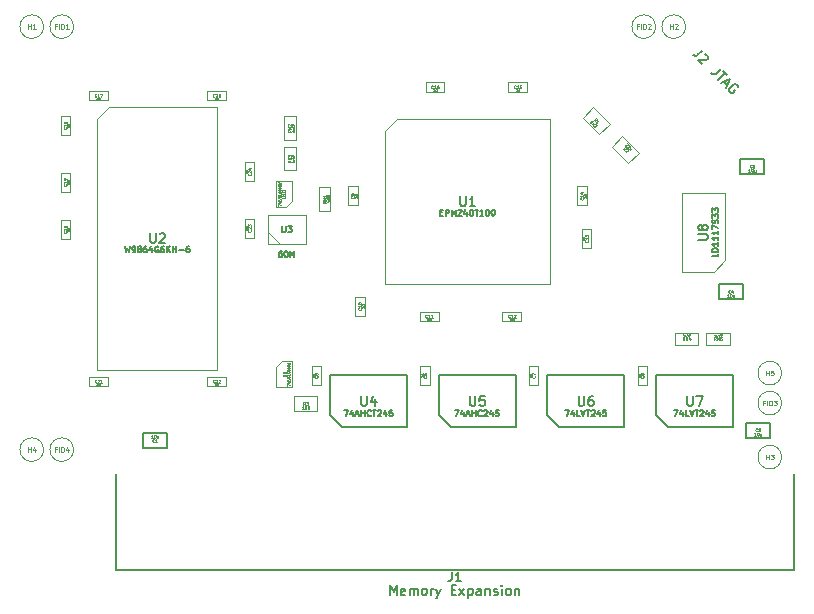
<source format=gbr>
G04 #@! TF.GenerationSoftware,KiCad,Pcbnew,(5.1.5-0-10_14)*
G04 #@! TF.CreationDate,2020-07-05T22:44:08-04:00*
G04 #@! TF.ProjectId,RAM2GS,52414d32-4753-42e6-9b69-6361645f7063,rev?*
G04 #@! TF.SameCoordinates,Original*
G04 #@! TF.FileFunction,Other,Fab,Top*
%FSLAX46Y46*%
G04 Gerber Fmt 4.6, Leading zero omitted, Abs format (unit mm)*
G04 Created by KiCad (PCBNEW (5.1.5-0-10_14)) date 2020-07-05 22:44:08*
%MOMM*%
%LPD*%
G04 APERTURE LIST*
%ADD10C,0.100000*%
%ADD11C,0.127000*%
%ADD12C,0.150000*%
%ADD13C,0.063500*%
%ADD14C,0.047625*%
%ADD15C,0.203200*%
%ADD16C,0.031750*%
G04 APERTURE END LIST*
D10*
X70570000Y-122050000D02*
X69720000Y-122050000D01*
X69220000Y-122550000D02*
X69220000Y-124250000D01*
X70570000Y-122050000D02*
X70570000Y-124250000D01*
X70570000Y-124250000D02*
X69220000Y-124250000D01*
X69720000Y-122050000D02*
X69220000Y-122550000D01*
X69180000Y-109000000D02*
X70030000Y-109000000D01*
X70530000Y-108500000D02*
X70530000Y-106800000D01*
X69180000Y-109000000D02*
X69180000Y-106800000D01*
X69180000Y-106800000D02*
X70530000Y-106800000D01*
X70030000Y-109000000D02*
X70530000Y-108500000D01*
X72800000Y-107300000D02*
X73800000Y-107300000D01*
X73800000Y-107300000D02*
X73800000Y-109300000D01*
X73800000Y-109300000D02*
X72800000Y-109300000D01*
X72800000Y-109300000D02*
X72800000Y-107300000D01*
X69850000Y-101300000D02*
X70850000Y-101300000D01*
X70850000Y-101300000D02*
X70850000Y-103300000D01*
X70850000Y-103300000D02*
X69850000Y-103300000D01*
X69850000Y-103300000D02*
X69850000Y-101300000D01*
X69850000Y-103900000D02*
X70850000Y-103900000D01*
X70850000Y-103900000D02*
X70850000Y-105900000D01*
X70850000Y-105900000D02*
X69850000Y-105900000D01*
X69850000Y-105900000D02*
X69850000Y-103900000D01*
X102950000Y-120650000D02*
X102950000Y-119650000D01*
X102950000Y-119650000D02*
X104950000Y-119650000D01*
X104950000Y-119650000D02*
X104950000Y-120650000D01*
X104950000Y-120650000D02*
X102950000Y-120650000D01*
X105600000Y-120650000D02*
X105600000Y-119650000D01*
X105600000Y-119650000D02*
X107600000Y-119650000D01*
X107600000Y-119650000D02*
X107600000Y-120650000D01*
X107600000Y-120650000D02*
X105600000Y-120650000D01*
X79400000Y-101550000D02*
X92400000Y-101550000D01*
X92400000Y-101550000D02*
X92400000Y-115550000D01*
X92400000Y-115550000D02*
X78400000Y-115550000D01*
X78400000Y-115550000D02*
X78400000Y-102550000D01*
X78400000Y-102550000D02*
X79400000Y-101550000D01*
X111998000Y-123063000D02*
G75*
G03X111998000Y-123063000I-1000000J0D01*
G01*
D11*
X113030000Y-131572000D02*
X113030000Y-139700000D01*
X113030000Y-139700000D02*
X55626000Y-139700000D01*
X55626000Y-139700000D02*
X55626000Y-131572000D01*
D10*
X68500000Y-111150000D02*
X69500000Y-112150000D01*
X71700000Y-109650000D02*
X68500000Y-109650000D01*
X71700000Y-112150000D02*
X71700000Y-109650000D01*
X68500000Y-112150000D02*
X71700000Y-112150000D01*
X68500000Y-109650000D02*
X68500000Y-112150000D01*
X107237000Y-113500000D02*
X106237000Y-114500000D01*
X107237000Y-113500000D02*
X107237000Y-107800000D01*
X106237000Y-114500000D02*
X103537000Y-114500000D01*
X107237000Y-107800000D02*
X103537000Y-107800000D01*
X103537000Y-114500000D02*
X103537000Y-107800000D01*
X55070000Y-100540000D02*
X54070000Y-101540000D01*
X54070000Y-122760000D02*
X54070000Y-101540000D01*
X64230000Y-122760000D02*
X54070000Y-122760000D01*
X64230000Y-100540000D02*
X64230000Y-122760000D01*
X55070000Y-100540000D02*
X64230000Y-100540000D01*
D12*
X108700000Y-116775000D02*
X106700000Y-116775000D01*
X108700000Y-115525000D02*
X108700000Y-116775000D01*
X106700000Y-115525000D02*
X108700000Y-115525000D01*
X106700000Y-116775000D02*
X106700000Y-115525000D01*
X110500000Y-106175000D02*
X108500000Y-106175000D01*
X110500000Y-104925000D02*
X110500000Y-106175000D01*
X108500000Y-104925000D02*
X110500000Y-104925000D01*
X108500000Y-106175000D02*
X108500000Y-104925000D01*
X110982000Y-128514000D02*
X108982000Y-128514000D01*
X110982000Y-127264000D02*
X110982000Y-128514000D01*
X108982000Y-127264000D02*
X110982000Y-127264000D01*
X108982000Y-128514000D02*
X108982000Y-127264000D01*
X57928000Y-128153000D02*
X59928000Y-128153000D01*
X57928000Y-129403000D02*
X57928000Y-128153000D01*
X59928000Y-129403000D02*
X57928000Y-129403000D01*
X59928000Y-128153000D02*
X59928000Y-129403000D01*
D10*
X76700000Y-116600000D02*
X76700000Y-118200000D01*
X75900000Y-116600000D02*
X76700000Y-116600000D01*
X75900000Y-118200000D02*
X75900000Y-116600000D01*
X76700000Y-118200000D02*
X75900000Y-118200000D01*
X72200000Y-124050000D02*
X72200000Y-122450000D01*
X73000000Y-124050000D02*
X72200000Y-124050000D01*
X73000000Y-122450000D02*
X73000000Y-124050000D01*
X72200000Y-122450000D02*
X73000000Y-122450000D01*
X95500000Y-107250000D02*
X95500000Y-108850000D01*
X94700000Y-107250000D02*
X95500000Y-107250000D01*
X94700000Y-108850000D02*
X94700000Y-107250000D01*
X95500000Y-108850000D02*
X94700000Y-108850000D01*
X64950000Y-124150000D02*
X63350000Y-124150000D01*
X64950000Y-123350000D02*
X64950000Y-124150000D01*
X63350000Y-123350000D02*
X64950000Y-123350000D01*
X63350000Y-124150000D02*
X63350000Y-123350000D01*
X54950000Y-99950000D02*
X53350000Y-99950000D01*
X54950000Y-99150000D02*
X54950000Y-99950000D01*
X53350000Y-99150000D02*
X54950000Y-99150000D01*
X53350000Y-99950000D02*
X53350000Y-99150000D01*
X51750000Y-101300000D02*
X51750000Y-102900000D01*
X50950000Y-101300000D02*
X51750000Y-101300000D01*
X50950000Y-102900000D02*
X50950000Y-101300000D01*
X51750000Y-102900000D02*
X50950000Y-102900000D01*
X90450000Y-99250000D02*
X88850000Y-99250000D01*
X90450000Y-98450000D02*
X90450000Y-99250000D01*
X88850000Y-98450000D02*
X90450000Y-98450000D01*
X88850000Y-99250000D02*
X88850000Y-98450000D01*
X95100000Y-112450000D02*
X95100000Y-110850000D01*
X95900000Y-112450000D02*
X95100000Y-112450000D01*
X95900000Y-110850000D02*
X95900000Y-112450000D01*
X95100000Y-110850000D02*
X95900000Y-110850000D01*
X83450000Y-99250000D02*
X81850000Y-99250000D01*
X83450000Y-98450000D02*
X83450000Y-99250000D01*
X81850000Y-98450000D02*
X83450000Y-98450000D01*
X81850000Y-99250000D02*
X81850000Y-98450000D01*
X64950000Y-99950000D02*
X63350000Y-99950000D01*
X64950000Y-99150000D02*
X64950000Y-99950000D01*
X63350000Y-99150000D02*
X64950000Y-99150000D01*
X63350000Y-99950000D02*
X63350000Y-99150000D01*
X54950000Y-124150000D02*
X53350000Y-124150000D01*
X54950000Y-123350000D02*
X54950000Y-124150000D01*
X53350000Y-123350000D02*
X54950000Y-123350000D01*
X53350000Y-124150000D02*
X53350000Y-123350000D01*
X66550000Y-111600000D02*
X66550000Y-110000000D01*
X67350000Y-111600000D02*
X66550000Y-111600000D01*
X67350000Y-110000000D02*
X67350000Y-111600000D01*
X66550000Y-110000000D02*
X67350000Y-110000000D01*
X51750000Y-106100000D02*
X51750000Y-107700000D01*
X50950000Y-106100000D02*
X51750000Y-106100000D01*
X50950000Y-107700000D02*
X50950000Y-106100000D01*
X51750000Y-107700000D02*
X50950000Y-107700000D01*
X89950000Y-118650000D02*
X88350000Y-118650000D01*
X89950000Y-117850000D02*
X89950000Y-118650000D01*
X88350000Y-117850000D02*
X89950000Y-117850000D01*
X88350000Y-118650000D02*
X88350000Y-117850000D01*
X82950000Y-118650000D02*
X81350000Y-118650000D01*
X82950000Y-117850000D02*
X82950000Y-118650000D01*
X81350000Y-117850000D02*
X82950000Y-117850000D01*
X81350000Y-118650000D02*
X81350000Y-117850000D01*
X76100000Y-107250000D02*
X76100000Y-108850000D01*
X75300000Y-107250000D02*
X76100000Y-107250000D01*
X75300000Y-108850000D02*
X75300000Y-107250000D01*
X76100000Y-108850000D02*
X75300000Y-108850000D01*
X51750000Y-110100000D02*
X51750000Y-111700000D01*
X50950000Y-110100000D02*
X51750000Y-110100000D01*
X50950000Y-111700000D02*
X50950000Y-110100000D01*
X51750000Y-111700000D02*
X50950000Y-111700000D01*
X66550000Y-106800000D02*
X66550000Y-105200000D01*
X67350000Y-106800000D02*
X66550000Y-106800000D01*
X67350000Y-105200000D02*
X67350000Y-106800000D01*
X66550000Y-105200000D02*
X67350000Y-105200000D01*
X99800000Y-124050000D02*
X99800000Y-122450000D01*
X100600000Y-124050000D02*
X99800000Y-124050000D01*
X100600000Y-122450000D02*
X100600000Y-124050000D01*
X99800000Y-122450000D02*
X100600000Y-122450000D01*
X81400000Y-124050000D02*
X81400000Y-122450000D01*
X82200000Y-124050000D02*
X81400000Y-124050000D01*
X82200000Y-122450000D02*
X82200000Y-124050000D01*
X81400000Y-122450000D02*
X82200000Y-122450000D01*
X90600000Y-124050000D02*
X90600000Y-122450000D01*
X91400000Y-124050000D02*
X90600000Y-124050000D01*
X91400000Y-122450000D02*
X91400000Y-124050000D01*
X90600000Y-122450000D02*
X91400000Y-122450000D01*
D12*
X74775000Y-127650000D02*
X73775000Y-126650000D01*
X80275000Y-127650000D02*
X74775000Y-127650000D01*
X80275000Y-123250000D02*
X80275000Y-127650000D01*
X73775000Y-123250000D02*
X80275000Y-123250000D01*
X73775000Y-126650000D02*
X73775000Y-123250000D01*
X83975000Y-127650000D02*
X82975000Y-126650000D01*
X89475000Y-127650000D02*
X83975000Y-127650000D01*
X89475000Y-123250000D02*
X89475000Y-127650000D01*
X82975000Y-123250000D02*
X89475000Y-123250000D01*
X82975000Y-126650000D02*
X82975000Y-123250000D01*
X102375000Y-127650000D02*
X101375000Y-126650000D01*
X107875000Y-127650000D02*
X102375000Y-127650000D01*
X107875000Y-123250000D02*
X107875000Y-127650000D01*
X101375000Y-123250000D02*
X107875000Y-123250000D01*
X101375000Y-126650000D02*
X101375000Y-123250000D01*
X93175000Y-127650000D02*
X92175000Y-126650000D01*
X98675000Y-127650000D02*
X93175000Y-127650000D01*
X98675000Y-123250000D02*
X98675000Y-127650000D01*
X92175000Y-123250000D02*
X98675000Y-123250000D01*
X92175000Y-126650000D02*
X92175000Y-123250000D01*
D10*
X52054000Y-93726000D02*
G75*
G03X52054000Y-93726000I-1000000J0D01*
G01*
X111998000Y-125603000D02*
G75*
G03X111998000Y-125603000I-1000000J0D01*
G01*
X52054000Y-129540000D02*
G75*
G03X52054000Y-129540000I-1000000J0D01*
G01*
X101330000Y-93726000D02*
G75*
G03X101330000Y-93726000I-1000000J0D01*
G01*
X111998000Y-130175000D02*
G75*
G03X111998000Y-130175000I-1000000J0D01*
G01*
X103870000Y-93726000D02*
G75*
G03X103870000Y-93726000I-1000000J0D01*
G01*
X49514000Y-93726000D02*
G75*
G03X49514000Y-93726000I-1000000J0D01*
G01*
X49514000Y-129540000D02*
G75*
G03X49514000Y-129540000I-1000000J0D01*
G01*
X96565165Y-102849049D02*
X95150951Y-101434835D01*
X97449049Y-101965165D02*
X96565165Y-102849049D01*
X96034835Y-100550951D02*
X97449049Y-101965165D01*
X95150951Y-101434835D02*
X96034835Y-100550951D01*
X98484835Y-103000951D02*
X99899049Y-104415165D01*
X97600951Y-103884835D02*
X98484835Y-103000951D01*
X99015165Y-105299049D02*
X97600951Y-103884835D01*
X99899049Y-104415165D02*
X99015165Y-105299049D01*
X72700000Y-126275000D02*
X70700000Y-126275000D01*
X72700000Y-125025000D02*
X72700000Y-126275000D01*
X70700000Y-125025000D02*
X72700000Y-125025000D01*
X70700000Y-126275000D02*
X70700000Y-125025000D01*
D13*
X69760904Y-123343523D02*
X69966523Y-123343523D01*
X69990714Y-123331428D01*
X70002809Y-123319333D01*
X70014904Y-123295142D01*
X70014904Y-123246761D01*
X70002809Y-123222571D01*
X69990714Y-123210476D01*
X69966523Y-123198380D01*
X69760904Y-123198380D01*
X70014904Y-123065333D02*
X70014904Y-123016952D01*
X70002809Y-122992761D01*
X69990714Y-122980666D01*
X69954428Y-122956476D01*
X69906047Y-122944380D01*
X69809285Y-122944380D01*
X69785095Y-122956476D01*
X69773000Y-122968571D01*
X69760904Y-122992761D01*
X69760904Y-123041142D01*
X69773000Y-123065333D01*
X69785095Y-123077428D01*
X69809285Y-123089523D01*
X69869761Y-123089523D01*
X69893952Y-123077428D01*
X69906047Y-123065333D01*
X69918142Y-123041142D01*
X69918142Y-122992761D01*
X69906047Y-122968571D01*
X69893952Y-122956476D01*
X69869761Y-122944380D01*
D14*
X70145678Y-124129714D02*
X70145678Y-124002714D01*
X70336178Y-124084357D01*
X70209178Y-123848500D02*
X70336178Y-123848500D01*
X70136607Y-123893857D02*
X70272678Y-123939214D01*
X70272678Y-123821285D01*
X70336178Y-123658000D02*
X70336178Y-123748714D01*
X70145678Y-123748714D01*
X70145678Y-123621714D02*
X70336178Y-123558214D01*
X70145678Y-123494714D01*
X70318035Y-123322357D02*
X70327107Y-123331428D01*
X70336178Y-123358642D01*
X70336178Y-123376785D01*
X70327107Y-123404000D01*
X70308964Y-123422142D01*
X70290821Y-123431214D01*
X70254535Y-123440285D01*
X70227321Y-123440285D01*
X70191035Y-123431214D01*
X70172892Y-123422142D01*
X70154750Y-123404000D01*
X70145678Y-123376785D01*
X70145678Y-123358642D01*
X70154750Y-123331428D01*
X70163821Y-123322357D01*
X70336178Y-123140928D02*
X70336178Y-123249785D01*
X70336178Y-123195357D02*
X70145678Y-123195357D01*
X70172892Y-123213500D01*
X70191035Y-123231642D01*
X70200107Y-123249785D01*
X70154750Y-122959500D02*
X70145678Y-122977642D01*
X70145678Y-123004857D01*
X70154750Y-123032071D01*
X70172892Y-123050214D01*
X70191035Y-123059285D01*
X70227321Y-123068357D01*
X70254535Y-123068357D01*
X70290821Y-123059285D01*
X70308964Y-123050214D01*
X70327107Y-123032071D01*
X70336178Y-123004857D01*
X70336178Y-122986714D01*
X70327107Y-122959500D01*
X70318035Y-122950428D01*
X70254535Y-122950428D01*
X70254535Y-122986714D01*
X70145678Y-122832500D02*
X70145678Y-122814357D01*
X70154750Y-122796214D01*
X70163821Y-122787142D01*
X70181964Y-122778071D01*
X70218250Y-122769000D01*
X70263607Y-122769000D01*
X70299892Y-122778071D01*
X70318035Y-122787142D01*
X70327107Y-122796214D01*
X70336178Y-122814357D01*
X70336178Y-122832500D01*
X70327107Y-122850642D01*
X70318035Y-122859714D01*
X70299892Y-122868785D01*
X70263607Y-122877857D01*
X70218250Y-122877857D01*
X70181964Y-122868785D01*
X70163821Y-122859714D01*
X70154750Y-122850642D01*
X70145678Y-122832500D01*
X70209178Y-122605714D02*
X70336178Y-122605714D01*
X70136607Y-122651071D02*
X70272678Y-122696428D01*
X70272678Y-122578500D01*
X70154750Y-122406142D02*
X70145678Y-122424285D01*
X70145678Y-122451500D01*
X70154750Y-122478714D01*
X70172892Y-122496857D01*
X70191035Y-122505928D01*
X70227321Y-122515000D01*
X70254535Y-122515000D01*
X70290821Y-122505928D01*
X70308964Y-122496857D01*
X70327107Y-122478714D01*
X70336178Y-122451500D01*
X70336178Y-122433357D01*
X70327107Y-122406142D01*
X70318035Y-122397071D01*
X70254535Y-122397071D01*
X70254535Y-122433357D01*
X70145678Y-122333571D02*
X70336178Y-122288214D01*
X70200107Y-122251928D01*
X70336178Y-122215642D01*
X70145678Y-122170285D01*
D13*
X69710904Y-108214476D02*
X69916523Y-108214476D01*
X69940714Y-108202380D01*
X69952809Y-108190285D01*
X69964904Y-108166095D01*
X69964904Y-108117714D01*
X69952809Y-108093523D01*
X69940714Y-108081428D01*
X69916523Y-108069333D01*
X69710904Y-108069333D01*
X69964904Y-107815333D02*
X69964904Y-107960476D01*
X69964904Y-107887904D02*
X69710904Y-107887904D01*
X69747190Y-107912095D01*
X69771380Y-107936285D01*
X69783476Y-107960476D01*
X69710904Y-107658095D02*
X69710904Y-107633904D01*
X69723000Y-107609714D01*
X69735095Y-107597619D01*
X69759285Y-107585523D01*
X69807666Y-107573428D01*
X69868142Y-107573428D01*
X69916523Y-107585523D01*
X69940714Y-107597619D01*
X69952809Y-107609714D01*
X69964904Y-107633904D01*
X69964904Y-107658095D01*
X69952809Y-107682285D01*
X69940714Y-107694380D01*
X69916523Y-107706476D01*
X69868142Y-107718571D01*
X69807666Y-107718571D01*
X69759285Y-107706476D01*
X69735095Y-107694380D01*
X69723000Y-107682285D01*
X69710904Y-107658095D01*
D14*
X69395678Y-108879714D02*
X69395678Y-108752714D01*
X69586178Y-108834357D01*
X69459178Y-108598500D02*
X69586178Y-108598500D01*
X69386607Y-108643857D02*
X69522678Y-108689214D01*
X69522678Y-108571285D01*
X69586178Y-108408000D02*
X69586178Y-108498714D01*
X69395678Y-108498714D01*
X69395678Y-108371714D02*
X69586178Y-108308214D01*
X69395678Y-108244714D01*
X69568035Y-108072357D02*
X69577107Y-108081428D01*
X69586178Y-108108642D01*
X69586178Y-108126785D01*
X69577107Y-108154000D01*
X69558964Y-108172142D01*
X69540821Y-108181214D01*
X69504535Y-108190285D01*
X69477321Y-108190285D01*
X69441035Y-108181214D01*
X69422892Y-108172142D01*
X69404750Y-108154000D01*
X69395678Y-108126785D01*
X69395678Y-108108642D01*
X69404750Y-108081428D01*
X69413821Y-108072357D01*
X69586178Y-107890928D02*
X69586178Y-107999785D01*
X69586178Y-107945357D02*
X69395678Y-107945357D01*
X69422892Y-107963500D01*
X69441035Y-107981642D01*
X69450107Y-107999785D01*
X69404750Y-107709500D02*
X69395678Y-107727642D01*
X69395678Y-107754857D01*
X69404750Y-107782071D01*
X69422892Y-107800214D01*
X69441035Y-107809285D01*
X69477321Y-107818357D01*
X69504535Y-107818357D01*
X69540821Y-107809285D01*
X69558964Y-107800214D01*
X69577107Y-107782071D01*
X69586178Y-107754857D01*
X69586178Y-107736714D01*
X69577107Y-107709500D01*
X69568035Y-107700428D01*
X69504535Y-107700428D01*
X69504535Y-107736714D01*
X69395678Y-107582500D02*
X69395678Y-107564357D01*
X69404750Y-107546214D01*
X69413821Y-107537142D01*
X69431964Y-107528071D01*
X69468250Y-107519000D01*
X69513607Y-107519000D01*
X69549892Y-107528071D01*
X69568035Y-107537142D01*
X69577107Y-107546214D01*
X69586178Y-107564357D01*
X69586178Y-107582500D01*
X69577107Y-107600642D01*
X69568035Y-107609714D01*
X69549892Y-107618785D01*
X69513607Y-107627857D01*
X69468250Y-107627857D01*
X69431964Y-107618785D01*
X69413821Y-107609714D01*
X69404750Y-107600642D01*
X69395678Y-107582500D01*
X69459178Y-107355714D02*
X69586178Y-107355714D01*
X69386607Y-107401071D02*
X69522678Y-107446428D01*
X69522678Y-107328500D01*
X69404750Y-107156142D02*
X69395678Y-107174285D01*
X69395678Y-107201500D01*
X69404750Y-107228714D01*
X69422892Y-107246857D01*
X69441035Y-107255928D01*
X69477321Y-107265000D01*
X69504535Y-107265000D01*
X69540821Y-107255928D01*
X69558964Y-107246857D01*
X69577107Y-107228714D01*
X69586178Y-107201500D01*
X69586178Y-107183357D01*
X69577107Y-107156142D01*
X69568035Y-107147071D01*
X69504535Y-107147071D01*
X69504535Y-107183357D01*
X69395678Y-107083571D02*
X69586178Y-107038214D01*
X69450107Y-107001928D01*
X69586178Y-106965642D01*
X69395678Y-106920285D01*
D13*
X73414904Y-108475380D02*
X73293952Y-108560047D01*
X73414904Y-108620523D02*
X73160904Y-108620523D01*
X73160904Y-108523761D01*
X73173000Y-108499571D01*
X73185095Y-108487476D01*
X73209285Y-108475380D01*
X73245571Y-108475380D01*
X73269761Y-108487476D01*
X73281857Y-108499571D01*
X73293952Y-108523761D01*
X73293952Y-108620523D01*
X73414904Y-108366523D02*
X73160904Y-108366523D01*
X73414904Y-108221380D01*
X73160904Y-108221380D01*
X73414904Y-107967380D02*
X73414904Y-108112523D01*
X73414904Y-108039952D02*
X73160904Y-108039952D01*
X73197190Y-108064142D01*
X73221380Y-108088333D01*
X73233476Y-108112523D01*
D14*
X73559178Y-108522250D02*
X73686178Y-108522250D01*
X73486607Y-108567607D02*
X73622678Y-108612964D01*
X73622678Y-108495035D01*
X73686178Y-108440607D02*
X73559178Y-108340821D01*
X73559178Y-108440607D02*
X73686178Y-108340821D01*
X73495678Y-108286392D02*
X73495678Y-108168464D01*
X73568250Y-108231964D01*
X73568250Y-108204750D01*
X73577321Y-108186607D01*
X73586392Y-108177535D01*
X73604535Y-108168464D01*
X73649892Y-108168464D01*
X73668035Y-108177535D01*
X73677107Y-108186607D01*
X73686178Y-108204750D01*
X73686178Y-108259178D01*
X73677107Y-108277321D01*
X73668035Y-108286392D01*
X73495678Y-108050535D02*
X73495678Y-108032392D01*
X73504750Y-108014250D01*
X73513821Y-108005178D01*
X73531964Y-107996107D01*
X73568250Y-107987035D01*
X73613607Y-107987035D01*
X73649892Y-107996107D01*
X73668035Y-108005178D01*
X73677107Y-108014250D01*
X73686178Y-108032392D01*
X73686178Y-108050535D01*
X73677107Y-108068678D01*
X73668035Y-108077750D01*
X73649892Y-108086821D01*
X73613607Y-108095892D01*
X73568250Y-108095892D01*
X73531964Y-108086821D01*
X73513821Y-108077750D01*
X73504750Y-108068678D01*
X73495678Y-108050535D01*
D13*
X70464904Y-102475380D02*
X70343952Y-102560047D01*
X70464904Y-102620523D02*
X70210904Y-102620523D01*
X70210904Y-102523761D01*
X70223000Y-102499571D01*
X70235095Y-102487476D01*
X70259285Y-102475380D01*
X70295571Y-102475380D01*
X70319761Y-102487476D01*
X70331857Y-102499571D01*
X70343952Y-102523761D01*
X70343952Y-102620523D01*
X70464904Y-102366523D02*
X70210904Y-102366523D01*
X70464904Y-102221380D01*
X70210904Y-102221380D01*
X70235095Y-102112523D02*
X70223000Y-102100428D01*
X70210904Y-102076238D01*
X70210904Y-102015761D01*
X70223000Y-101991571D01*
X70235095Y-101979476D01*
X70259285Y-101967380D01*
X70283476Y-101967380D01*
X70319761Y-101979476D01*
X70464904Y-102124619D01*
X70464904Y-101967380D01*
D14*
X70609178Y-102522250D02*
X70736178Y-102522250D01*
X70536607Y-102567607D02*
X70672678Y-102612964D01*
X70672678Y-102495035D01*
X70736178Y-102440607D02*
X70609178Y-102340821D01*
X70609178Y-102440607D02*
X70736178Y-102340821D01*
X70609178Y-102186607D02*
X70736178Y-102186607D01*
X70536607Y-102231964D02*
X70672678Y-102277321D01*
X70672678Y-102159392D01*
X70545678Y-102104964D02*
X70545678Y-101977964D01*
X70736178Y-102059607D01*
D13*
X70464904Y-105075380D02*
X70343952Y-105160047D01*
X70464904Y-105220523D02*
X70210904Y-105220523D01*
X70210904Y-105123761D01*
X70223000Y-105099571D01*
X70235095Y-105087476D01*
X70259285Y-105075380D01*
X70295571Y-105075380D01*
X70319761Y-105087476D01*
X70331857Y-105099571D01*
X70343952Y-105123761D01*
X70343952Y-105220523D01*
X70464904Y-104966523D02*
X70210904Y-104966523D01*
X70464904Y-104821380D01*
X70210904Y-104821380D01*
X70210904Y-104724619D02*
X70210904Y-104567380D01*
X70307666Y-104652047D01*
X70307666Y-104615761D01*
X70319761Y-104591571D01*
X70331857Y-104579476D01*
X70356047Y-104567380D01*
X70416523Y-104567380D01*
X70440714Y-104579476D01*
X70452809Y-104591571D01*
X70464904Y-104615761D01*
X70464904Y-104688333D01*
X70452809Y-104712523D01*
X70440714Y-104724619D01*
D14*
X70609178Y-105122250D02*
X70736178Y-105122250D01*
X70536607Y-105167607D02*
X70672678Y-105212964D01*
X70672678Y-105095035D01*
X70736178Y-105040607D02*
X70609178Y-104940821D01*
X70609178Y-105040607D02*
X70736178Y-104940821D01*
X70609178Y-104786607D02*
X70736178Y-104786607D01*
X70536607Y-104831964D02*
X70672678Y-104877321D01*
X70672678Y-104759392D01*
X70545678Y-104704964D02*
X70545678Y-104577964D01*
X70736178Y-104659607D01*
D13*
X103774619Y-120264904D02*
X103689952Y-120143952D01*
X103629476Y-120264904D02*
X103629476Y-120010904D01*
X103726238Y-120010904D01*
X103750428Y-120023000D01*
X103762523Y-120035095D01*
X103774619Y-120059285D01*
X103774619Y-120095571D01*
X103762523Y-120119761D01*
X103750428Y-120131857D01*
X103726238Y-120143952D01*
X103629476Y-120143952D01*
X103883476Y-120264904D02*
X103883476Y-120010904D01*
X104028619Y-120264904D01*
X104028619Y-120010904D01*
X104258428Y-120095571D02*
X104258428Y-120264904D01*
X104197952Y-119998809D02*
X104137476Y-120180238D01*
X104294714Y-120180238D01*
D14*
X103727750Y-119809178D02*
X103727750Y-119936178D01*
X103682392Y-119736607D02*
X103637035Y-119872678D01*
X103754964Y-119872678D01*
X103809392Y-119936178D02*
X103909178Y-119809178D01*
X103809392Y-119809178D02*
X103909178Y-119936178D01*
X104063392Y-119809178D02*
X104063392Y-119936178D01*
X104018035Y-119736607D02*
X103972678Y-119872678D01*
X104090607Y-119872678D01*
X104145035Y-119745678D02*
X104272035Y-119745678D01*
X104190392Y-119936178D01*
D13*
X106424619Y-120264904D02*
X106339952Y-120143952D01*
X106279476Y-120264904D02*
X106279476Y-120010904D01*
X106376238Y-120010904D01*
X106400428Y-120023000D01*
X106412523Y-120035095D01*
X106424619Y-120059285D01*
X106424619Y-120095571D01*
X106412523Y-120119761D01*
X106400428Y-120131857D01*
X106376238Y-120143952D01*
X106279476Y-120143952D01*
X106533476Y-120264904D02*
X106533476Y-120010904D01*
X106678619Y-120264904D01*
X106678619Y-120010904D01*
X106920523Y-120010904D02*
X106799571Y-120010904D01*
X106787476Y-120131857D01*
X106799571Y-120119761D01*
X106823761Y-120107666D01*
X106884238Y-120107666D01*
X106908428Y-120119761D01*
X106920523Y-120131857D01*
X106932619Y-120156047D01*
X106932619Y-120216523D01*
X106920523Y-120240714D01*
X106908428Y-120252809D01*
X106884238Y-120264904D01*
X106823761Y-120264904D01*
X106799571Y-120252809D01*
X106787476Y-120240714D01*
D14*
X106377750Y-119809178D02*
X106377750Y-119936178D01*
X106332392Y-119736607D02*
X106287035Y-119872678D01*
X106404964Y-119872678D01*
X106459392Y-119936178D02*
X106559178Y-119809178D01*
X106459392Y-119809178D02*
X106559178Y-119936178D01*
X106713392Y-119809178D02*
X106713392Y-119936178D01*
X106668035Y-119736607D02*
X106622678Y-119872678D01*
X106740607Y-119872678D01*
X106795035Y-119745678D02*
X106922035Y-119745678D01*
X106840392Y-119936178D01*
D15*
X84780723Y-108104895D02*
X84780723Y-108762876D01*
X84819428Y-108840285D01*
X84858133Y-108878990D01*
X84935542Y-108917695D01*
X85090361Y-108917695D01*
X85167771Y-108878990D01*
X85206476Y-108840285D01*
X85245180Y-108762876D01*
X85245180Y-108104895D01*
X86057980Y-108917695D02*
X85593523Y-108917695D01*
X85825752Y-108917695D02*
X85825752Y-108104895D01*
X85748342Y-108221009D01*
X85670933Y-108298419D01*
X85593523Y-108337123D01*
D11*
X83101904Y-109463714D02*
X83271238Y-109463714D01*
X83343809Y-109729809D02*
X83101904Y-109729809D01*
X83101904Y-109221809D01*
X83343809Y-109221809D01*
X83561523Y-109729809D02*
X83561523Y-109221809D01*
X83755047Y-109221809D01*
X83803428Y-109246000D01*
X83827619Y-109270190D01*
X83851809Y-109318571D01*
X83851809Y-109391142D01*
X83827619Y-109439523D01*
X83803428Y-109463714D01*
X83755047Y-109487904D01*
X83561523Y-109487904D01*
X84069523Y-109729809D02*
X84069523Y-109221809D01*
X84238857Y-109584666D01*
X84408190Y-109221809D01*
X84408190Y-109729809D01*
X84625904Y-109270190D02*
X84650095Y-109246000D01*
X84698476Y-109221809D01*
X84819428Y-109221809D01*
X84867809Y-109246000D01*
X84892000Y-109270190D01*
X84916190Y-109318571D01*
X84916190Y-109366952D01*
X84892000Y-109439523D01*
X84601714Y-109729809D01*
X84916190Y-109729809D01*
X85351619Y-109391142D02*
X85351619Y-109729809D01*
X85230666Y-109197619D02*
X85109714Y-109560476D01*
X85424190Y-109560476D01*
X85714476Y-109221809D02*
X85762857Y-109221809D01*
X85811238Y-109246000D01*
X85835428Y-109270190D01*
X85859619Y-109318571D01*
X85883809Y-109415333D01*
X85883809Y-109536285D01*
X85859619Y-109633047D01*
X85835428Y-109681428D01*
X85811238Y-109705619D01*
X85762857Y-109729809D01*
X85714476Y-109729809D01*
X85666095Y-109705619D01*
X85641904Y-109681428D01*
X85617714Y-109633047D01*
X85593523Y-109536285D01*
X85593523Y-109415333D01*
X85617714Y-109318571D01*
X85641904Y-109270190D01*
X85666095Y-109246000D01*
X85714476Y-109221809D01*
X86028952Y-109221809D02*
X86319238Y-109221809D01*
X86174095Y-109729809D02*
X86174095Y-109221809D01*
X86754666Y-109729809D02*
X86464380Y-109729809D01*
X86609523Y-109729809D02*
X86609523Y-109221809D01*
X86561142Y-109294380D01*
X86512761Y-109342761D01*
X86464380Y-109366952D01*
X87069142Y-109221809D02*
X87117523Y-109221809D01*
X87165904Y-109246000D01*
X87190095Y-109270190D01*
X87214285Y-109318571D01*
X87238476Y-109415333D01*
X87238476Y-109536285D01*
X87214285Y-109633047D01*
X87190095Y-109681428D01*
X87165904Y-109705619D01*
X87117523Y-109729809D01*
X87069142Y-109729809D01*
X87020761Y-109705619D01*
X86996571Y-109681428D01*
X86972380Y-109633047D01*
X86948190Y-109536285D01*
X86948190Y-109415333D01*
X86972380Y-109318571D01*
X86996571Y-109270190D01*
X87020761Y-109246000D01*
X87069142Y-109221809D01*
X87552952Y-109221809D02*
X87601333Y-109221809D01*
X87649714Y-109246000D01*
X87673904Y-109270190D01*
X87698095Y-109318571D01*
X87722285Y-109415333D01*
X87722285Y-109536285D01*
X87698095Y-109633047D01*
X87673904Y-109681428D01*
X87649714Y-109705619D01*
X87601333Y-109729809D01*
X87552952Y-109729809D01*
X87504571Y-109705619D01*
X87480380Y-109681428D01*
X87456190Y-109633047D01*
X87432000Y-109536285D01*
X87432000Y-109415333D01*
X87456190Y-109318571D01*
X87480380Y-109270190D01*
X87504571Y-109246000D01*
X87552952Y-109221809D01*
D10*
X110693238Y-123243952D02*
X110693238Y-122843952D01*
X110693238Y-123034428D02*
X110921809Y-123034428D01*
X110921809Y-123243952D02*
X110921809Y-122843952D01*
X111302761Y-122843952D02*
X111112285Y-122843952D01*
X111093238Y-123034428D01*
X111112285Y-123015380D01*
X111150380Y-122996333D01*
X111245619Y-122996333D01*
X111283714Y-123015380D01*
X111302761Y-123034428D01*
X111321809Y-123072523D01*
X111321809Y-123167761D01*
X111302761Y-123205857D01*
X111283714Y-123224904D01*
X111245619Y-123243952D01*
X111150380Y-123243952D01*
X111112285Y-123224904D01*
X111093238Y-123205857D01*
D15*
X84057066Y-139889895D02*
X84057066Y-140470466D01*
X84018361Y-140586580D01*
X83940952Y-140663990D01*
X83824838Y-140702695D01*
X83747428Y-140702695D01*
X84869866Y-140702695D02*
X84405409Y-140702695D01*
X84637638Y-140702695D02*
X84637638Y-139889895D01*
X84560228Y-140006009D01*
X84482819Y-140083419D01*
X84405409Y-140122123D01*
X78870628Y-141845695D02*
X78870628Y-141032895D01*
X79141561Y-141613466D01*
X79412495Y-141032895D01*
X79412495Y-141845695D01*
X80109180Y-141806990D02*
X80031771Y-141845695D01*
X79876952Y-141845695D01*
X79799542Y-141806990D01*
X79760838Y-141729580D01*
X79760838Y-141419942D01*
X79799542Y-141342533D01*
X79876952Y-141303828D01*
X80031771Y-141303828D01*
X80109180Y-141342533D01*
X80147885Y-141419942D01*
X80147885Y-141497352D01*
X79760838Y-141574761D01*
X80496228Y-141845695D02*
X80496228Y-141303828D01*
X80496228Y-141381238D02*
X80534933Y-141342533D01*
X80612342Y-141303828D01*
X80728457Y-141303828D01*
X80805866Y-141342533D01*
X80844571Y-141419942D01*
X80844571Y-141845695D01*
X80844571Y-141419942D02*
X80883276Y-141342533D01*
X80960685Y-141303828D01*
X81076800Y-141303828D01*
X81154209Y-141342533D01*
X81192914Y-141419942D01*
X81192914Y-141845695D01*
X81696076Y-141845695D02*
X81618666Y-141806990D01*
X81579961Y-141768285D01*
X81541257Y-141690876D01*
X81541257Y-141458647D01*
X81579961Y-141381238D01*
X81618666Y-141342533D01*
X81696076Y-141303828D01*
X81812190Y-141303828D01*
X81889600Y-141342533D01*
X81928304Y-141381238D01*
X81967009Y-141458647D01*
X81967009Y-141690876D01*
X81928304Y-141768285D01*
X81889600Y-141806990D01*
X81812190Y-141845695D01*
X81696076Y-141845695D01*
X82315352Y-141845695D02*
X82315352Y-141303828D01*
X82315352Y-141458647D02*
X82354057Y-141381238D01*
X82392761Y-141342533D01*
X82470171Y-141303828D01*
X82547580Y-141303828D01*
X82741104Y-141303828D02*
X82934628Y-141845695D01*
X83128152Y-141303828D02*
X82934628Y-141845695D01*
X82857219Y-142039219D01*
X82818514Y-142077923D01*
X82741104Y-142116628D01*
X84057066Y-141419942D02*
X84328000Y-141419942D01*
X84444114Y-141845695D02*
X84057066Y-141845695D01*
X84057066Y-141032895D01*
X84444114Y-141032895D01*
X84715047Y-141845695D02*
X85140800Y-141303828D01*
X84715047Y-141303828D02*
X85140800Y-141845695D01*
X85450438Y-141303828D02*
X85450438Y-142116628D01*
X85450438Y-141342533D02*
X85527847Y-141303828D01*
X85682666Y-141303828D01*
X85760076Y-141342533D01*
X85798780Y-141381238D01*
X85837485Y-141458647D01*
X85837485Y-141690876D01*
X85798780Y-141768285D01*
X85760076Y-141806990D01*
X85682666Y-141845695D01*
X85527847Y-141845695D01*
X85450438Y-141806990D01*
X86534171Y-141845695D02*
X86534171Y-141419942D01*
X86495466Y-141342533D01*
X86418057Y-141303828D01*
X86263238Y-141303828D01*
X86185828Y-141342533D01*
X86534171Y-141806990D02*
X86456761Y-141845695D01*
X86263238Y-141845695D01*
X86185828Y-141806990D01*
X86147123Y-141729580D01*
X86147123Y-141652171D01*
X86185828Y-141574761D01*
X86263238Y-141536057D01*
X86456761Y-141536057D01*
X86534171Y-141497352D01*
X86921219Y-141303828D02*
X86921219Y-141845695D01*
X86921219Y-141381238D02*
X86959923Y-141342533D01*
X87037333Y-141303828D01*
X87153447Y-141303828D01*
X87230857Y-141342533D01*
X87269561Y-141419942D01*
X87269561Y-141845695D01*
X87617904Y-141806990D02*
X87695314Y-141845695D01*
X87850133Y-141845695D01*
X87927542Y-141806990D01*
X87966247Y-141729580D01*
X87966247Y-141690876D01*
X87927542Y-141613466D01*
X87850133Y-141574761D01*
X87734019Y-141574761D01*
X87656609Y-141536057D01*
X87617904Y-141458647D01*
X87617904Y-141419942D01*
X87656609Y-141342533D01*
X87734019Y-141303828D01*
X87850133Y-141303828D01*
X87927542Y-141342533D01*
X88314590Y-141845695D02*
X88314590Y-141303828D01*
X88314590Y-141032895D02*
X88275885Y-141071600D01*
X88314590Y-141110304D01*
X88353295Y-141071600D01*
X88314590Y-141032895D01*
X88314590Y-141110304D01*
X88817752Y-141845695D02*
X88740342Y-141806990D01*
X88701638Y-141768285D01*
X88662933Y-141690876D01*
X88662933Y-141458647D01*
X88701638Y-141381238D01*
X88740342Y-141342533D01*
X88817752Y-141303828D01*
X88933866Y-141303828D01*
X89011276Y-141342533D01*
X89049980Y-141381238D01*
X89088685Y-141458647D01*
X89088685Y-141690876D01*
X89049980Y-141768285D01*
X89011276Y-141806990D01*
X88933866Y-141845695D01*
X88817752Y-141845695D01*
X89437028Y-141303828D02*
X89437028Y-141845695D01*
X89437028Y-141381238D02*
X89475733Y-141342533D01*
X89553142Y-141303828D01*
X89669257Y-141303828D01*
X89746666Y-141342533D01*
X89785371Y-141419942D01*
X89785371Y-141845695D01*
X106832210Y-97312737D02*
X106421684Y-97723263D01*
X106312211Y-97778000D01*
X106202737Y-97778000D01*
X106093264Y-97723263D01*
X106038527Y-97668526D01*
X107023789Y-97504316D02*
X107352210Y-97832737D01*
X106613263Y-98243263D02*
X107188000Y-97668526D01*
X107105894Y-98407473D02*
X107379578Y-98681157D01*
X106886947Y-98516947D02*
X107653262Y-98133789D01*
X107270105Y-98900104D01*
X108310104Y-98845367D02*
X108282735Y-98763262D01*
X108200630Y-98681157D01*
X108091157Y-98626420D01*
X107981683Y-98626420D01*
X107899578Y-98653789D01*
X107762736Y-98735894D01*
X107680631Y-98817999D01*
X107598525Y-98954841D01*
X107571157Y-99036946D01*
X107571157Y-99146420D01*
X107625894Y-99255893D01*
X107680631Y-99310630D01*
X107790104Y-99365367D01*
X107844841Y-99365367D01*
X108036420Y-99173788D01*
X107926946Y-99064315D01*
X105279157Y-95759684D02*
X104868631Y-96170210D01*
X104759158Y-96224947D01*
X104649684Y-96224947D01*
X104540211Y-96170210D01*
X104485474Y-96115473D01*
X105470736Y-96060737D02*
X105525473Y-96060737D01*
X105607578Y-96088105D01*
X105744420Y-96224947D01*
X105771788Y-96307052D01*
X105771788Y-96361789D01*
X105744420Y-96443894D01*
X105689683Y-96498631D01*
X105580210Y-96553368D01*
X104923368Y-96553368D01*
X105279157Y-96909157D01*
D11*
X69712952Y-110621809D02*
X69712952Y-111033047D01*
X69737142Y-111081428D01*
X69761333Y-111105619D01*
X69809714Y-111129809D01*
X69906476Y-111129809D01*
X69954857Y-111105619D01*
X69979047Y-111081428D01*
X70003238Y-111033047D01*
X70003238Y-110621809D01*
X70196761Y-110621809D02*
X70511238Y-110621809D01*
X70341904Y-110815333D01*
X70414476Y-110815333D01*
X70462857Y-110839523D01*
X70487047Y-110863714D01*
X70511238Y-110912095D01*
X70511238Y-111033047D01*
X70487047Y-111081428D01*
X70462857Y-111105619D01*
X70414476Y-111129809D01*
X70269333Y-111129809D01*
X70220952Y-111105619D01*
X70196761Y-111081428D01*
X69664571Y-112721809D02*
X69567809Y-112721809D01*
X69519428Y-112746000D01*
X69495238Y-112770190D01*
X69446857Y-112842761D01*
X69422666Y-112939523D01*
X69422666Y-113133047D01*
X69446857Y-113181428D01*
X69471047Y-113205619D01*
X69519428Y-113229809D01*
X69616190Y-113229809D01*
X69664571Y-113205619D01*
X69688761Y-113181428D01*
X69712952Y-113133047D01*
X69712952Y-113012095D01*
X69688761Y-112963714D01*
X69664571Y-112939523D01*
X69616190Y-112915333D01*
X69519428Y-112915333D01*
X69471047Y-112939523D01*
X69446857Y-112963714D01*
X69422666Y-113012095D01*
X70027428Y-112721809D02*
X70075809Y-112721809D01*
X70124190Y-112746000D01*
X70148380Y-112770190D01*
X70172571Y-112818571D01*
X70196761Y-112915333D01*
X70196761Y-113036285D01*
X70172571Y-113133047D01*
X70148380Y-113181428D01*
X70124190Y-113205619D01*
X70075809Y-113229809D01*
X70027428Y-113229809D01*
X69979047Y-113205619D01*
X69954857Y-113181428D01*
X69930666Y-113133047D01*
X69906476Y-113036285D01*
X69906476Y-112915333D01*
X69930666Y-112818571D01*
X69954857Y-112770190D01*
X69979047Y-112746000D01*
X70027428Y-112721809D01*
X70414476Y-113229809D02*
X70414476Y-112721809D01*
X70583809Y-113084666D01*
X70753142Y-112721809D01*
X70753142Y-113229809D01*
X106632809Y-112940095D02*
X106632809Y-113182000D01*
X106124809Y-113182000D01*
X106632809Y-112770761D02*
X106124809Y-112770761D01*
X106124809Y-112649809D01*
X106149000Y-112577238D01*
X106197380Y-112528857D01*
X106245761Y-112504666D01*
X106342523Y-112480476D01*
X106415095Y-112480476D01*
X106511857Y-112504666D01*
X106560238Y-112528857D01*
X106608619Y-112577238D01*
X106632809Y-112649809D01*
X106632809Y-112770761D01*
X106632809Y-111996666D02*
X106632809Y-112286952D01*
X106632809Y-112141809D02*
X106124809Y-112141809D01*
X106197380Y-112190190D01*
X106245761Y-112238571D01*
X106269952Y-112286952D01*
X106632809Y-111512857D02*
X106632809Y-111803142D01*
X106632809Y-111658000D02*
X106124809Y-111658000D01*
X106197380Y-111706380D01*
X106245761Y-111754761D01*
X106269952Y-111803142D01*
X106632809Y-111029047D02*
X106632809Y-111319333D01*
X106632809Y-111174190D02*
X106124809Y-111174190D01*
X106197380Y-111222571D01*
X106245761Y-111270952D01*
X106269952Y-111319333D01*
X106124809Y-110859714D02*
X106124809Y-110521047D01*
X106632809Y-110738761D01*
X106608619Y-110351714D02*
X106632809Y-110279142D01*
X106632809Y-110158190D01*
X106608619Y-110109809D01*
X106584428Y-110085619D01*
X106536047Y-110061428D01*
X106487666Y-110061428D01*
X106439285Y-110085619D01*
X106415095Y-110109809D01*
X106390904Y-110158190D01*
X106366714Y-110254952D01*
X106342523Y-110303333D01*
X106318333Y-110327523D01*
X106269952Y-110351714D01*
X106221571Y-110351714D01*
X106173190Y-110327523D01*
X106149000Y-110303333D01*
X106124809Y-110254952D01*
X106124809Y-110134000D01*
X106149000Y-110061428D01*
X106124809Y-109892095D02*
X106124809Y-109577619D01*
X106318333Y-109746952D01*
X106318333Y-109674380D01*
X106342523Y-109626000D01*
X106366714Y-109601809D01*
X106415095Y-109577619D01*
X106536047Y-109577619D01*
X106584428Y-109601809D01*
X106608619Y-109626000D01*
X106632809Y-109674380D01*
X106632809Y-109819523D01*
X106608619Y-109867904D01*
X106584428Y-109892095D01*
X106124809Y-109408285D02*
X106124809Y-109093809D01*
X106318333Y-109263142D01*
X106318333Y-109190571D01*
X106342523Y-109142190D01*
X106366714Y-109118000D01*
X106415095Y-109093809D01*
X106536047Y-109093809D01*
X106584428Y-109118000D01*
X106608619Y-109142190D01*
X106632809Y-109190571D01*
X106632809Y-109335714D01*
X106608619Y-109384095D01*
X106584428Y-109408285D01*
D15*
X104941895Y-111769276D02*
X105599876Y-111769276D01*
X105677285Y-111730571D01*
X105715990Y-111691866D01*
X105754695Y-111614457D01*
X105754695Y-111459638D01*
X105715990Y-111382228D01*
X105677285Y-111343523D01*
X105599876Y-111304819D01*
X104941895Y-111304819D01*
X105290238Y-110801657D02*
X105251533Y-110879066D01*
X105212828Y-110917771D01*
X105135419Y-110956476D01*
X105096714Y-110956476D01*
X105019304Y-110917771D01*
X104980600Y-110879066D01*
X104941895Y-110801657D01*
X104941895Y-110646838D01*
X104980600Y-110569428D01*
X105019304Y-110530723D01*
X105096714Y-110492019D01*
X105135419Y-110492019D01*
X105212828Y-110530723D01*
X105251533Y-110569428D01*
X105290238Y-110646838D01*
X105290238Y-110801657D01*
X105328942Y-110879066D01*
X105367647Y-110917771D01*
X105445057Y-110956476D01*
X105599876Y-110956476D01*
X105677285Y-110917771D01*
X105715990Y-110879066D01*
X105754695Y-110801657D01*
X105754695Y-110646838D01*
X105715990Y-110569428D01*
X105677285Y-110530723D01*
X105599876Y-110492019D01*
X105445057Y-110492019D01*
X105367647Y-110530723D01*
X105328942Y-110569428D01*
X105290238Y-110646838D01*
X58530723Y-111204895D02*
X58530723Y-111862876D01*
X58569428Y-111940285D01*
X58608133Y-111978990D01*
X58685542Y-112017695D01*
X58840361Y-112017695D01*
X58917771Y-111978990D01*
X58956476Y-111940285D01*
X58995180Y-111862876D01*
X58995180Y-111204895D01*
X59343523Y-111282304D02*
X59382228Y-111243600D01*
X59459638Y-111204895D01*
X59653161Y-111204895D01*
X59730571Y-111243600D01*
X59769276Y-111282304D01*
X59807980Y-111359714D01*
X59807980Y-111437123D01*
X59769276Y-111553238D01*
X59304819Y-112017695D01*
X59807980Y-112017695D01*
D11*
X56392285Y-112321809D02*
X56513238Y-112829809D01*
X56610000Y-112466952D01*
X56706761Y-112829809D01*
X56827714Y-112321809D01*
X57045428Y-112829809D02*
X57142190Y-112829809D01*
X57190571Y-112805619D01*
X57214761Y-112781428D01*
X57263142Y-112708857D01*
X57287333Y-112612095D01*
X57287333Y-112418571D01*
X57263142Y-112370190D01*
X57238952Y-112346000D01*
X57190571Y-112321809D01*
X57093809Y-112321809D01*
X57045428Y-112346000D01*
X57021238Y-112370190D01*
X56997047Y-112418571D01*
X56997047Y-112539523D01*
X57021238Y-112587904D01*
X57045428Y-112612095D01*
X57093809Y-112636285D01*
X57190571Y-112636285D01*
X57238952Y-112612095D01*
X57263142Y-112587904D01*
X57287333Y-112539523D01*
X57577619Y-112539523D02*
X57529238Y-112515333D01*
X57505047Y-112491142D01*
X57480857Y-112442761D01*
X57480857Y-112418571D01*
X57505047Y-112370190D01*
X57529238Y-112346000D01*
X57577619Y-112321809D01*
X57674380Y-112321809D01*
X57722761Y-112346000D01*
X57746952Y-112370190D01*
X57771142Y-112418571D01*
X57771142Y-112442761D01*
X57746952Y-112491142D01*
X57722761Y-112515333D01*
X57674380Y-112539523D01*
X57577619Y-112539523D01*
X57529238Y-112563714D01*
X57505047Y-112587904D01*
X57480857Y-112636285D01*
X57480857Y-112733047D01*
X57505047Y-112781428D01*
X57529238Y-112805619D01*
X57577619Y-112829809D01*
X57674380Y-112829809D01*
X57722761Y-112805619D01*
X57746952Y-112781428D01*
X57771142Y-112733047D01*
X57771142Y-112636285D01*
X57746952Y-112587904D01*
X57722761Y-112563714D01*
X57674380Y-112539523D01*
X58206571Y-112321809D02*
X58109809Y-112321809D01*
X58061428Y-112346000D01*
X58037238Y-112370190D01*
X57988857Y-112442761D01*
X57964666Y-112539523D01*
X57964666Y-112733047D01*
X57988857Y-112781428D01*
X58013047Y-112805619D01*
X58061428Y-112829809D01*
X58158190Y-112829809D01*
X58206571Y-112805619D01*
X58230761Y-112781428D01*
X58254952Y-112733047D01*
X58254952Y-112612095D01*
X58230761Y-112563714D01*
X58206571Y-112539523D01*
X58158190Y-112515333D01*
X58061428Y-112515333D01*
X58013047Y-112539523D01*
X57988857Y-112563714D01*
X57964666Y-112612095D01*
X58690380Y-112491142D02*
X58690380Y-112829809D01*
X58569428Y-112297619D02*
X58448476Y-112660476D01*
X58762952Y-112660476D01*
X59222571Y-112346000D02*
X59174190Y-112321809D01*
X59101619Y-112321809D01*
X59029047Y-112346000D01*
X58980666Y-112394380D01*
X58956476Y-112442761D01*
X58932285Y-112539523D01*
X58932285Y-112612095D01*
X58956476Y-112708857D01*
X58980666Y-112757238D01*
X59029047Y-112805619D01*
X59101619Y-112829809D01*
X59150000Y-112829809D01*
X59222571Y-112805619D01*
X59246761Y-112781428D01*
X59246761Y-112612095D01*
X59150000Y-112612095D01*
X59682190Y-112321809D02*
X59585428Y-112321809D01*
X59537047Y-112346000D01*
X59512857Y-112370190D01*
X59464476Y-112442761D01*
X59440285Y-112539523D01*
X59440285Y-112733047D01*
X59464476Y-112781428D01*
X59488666Y-112805619D01*
X59537047Y-112829809D01*
X59633809Y-112829809D01*
X59682190Y-112805619D01*
X59706380Y-112781428D01*
X59730571Y-112733047D01*
X59730571Y-112612095D01*
X59706380Y-112563714D01*
X59682190Y-112539523D01*
X59633809Y-112515333D01*
X59537047Y-112515333D01*
X59488666Y-112539523D01*
X59464476Y-112563714D01*
X59440285Y-112612095D01*
X59948285Y-112829809D02*
X59948285Y-112321809D01*
X60238571Y-112829809D02*
X60020857Y-112539523D01*
X60238571Y-112321809D02*
X59948285Y-112612095D01*
X60456285Y-112829809D02*
X60456285Y-112321809D01*
X60456285Y-112563714D02*
X60746571Y-112563714D01*
X60746571Y-112829809D02*
X60746571Y-112321809D01*
X60988476Y-112636285D02*
X61375523Y-112636285D01*
X61835142Y-112321809D02*
X61738380Y-112321809D01*
X61690000Y-112346000D01*
X61665809Y-112370190D01*
X61617428Y-112442761D01*
X61593238Y-112539523D01*
X61593238Y-112733047D01*
X61617428Y-112781428D01*
X61641619Y-112805619D01*
X61690000Y-112829809D01*
X61786761Y-112829809D01*
X61835142Y-112805619D01*
X61859333Y-112781428D01*
X61883523Y-112733047D01*
X61883523Y-112612095D01*
X61859333Y-112563714D01*
X61835142Y-112539523D01*
X61786761Y-112515333D01*
X61690000Y-112515333D01*
X61641619Y-112539523D01*
X61617428Y-112563714D01*
X61593238Y-112612095D01*
D13*
X107657666Y-116240714D02*
X107645571Y-116252809D01*
X107609285Y-116264904D01*
X107585095Y-116264904D01*
X107548809Y-116252809D01*
X107524619Y-116228619D01*
X107512523Y-116204428D01*
X107500428Y-116156047D01*
X107500428Y-116119761D01*
X107512523Y-116071380D01*
X107524619Y-116047190D01*
X107548809Y-116023000D01*
X107585095Y-116010904D01*
X107609285Y-116010904D01*
X107645571Y-116023000D01*
X107657666Y-116035095D01*
X107875380Y-116095571D02*
X107875380Y-116264904D01*
X107814904Y-115998809D02*
X107754428Y-116180238D01*
X107911666Y-116180238D01*
X107536714Y-116614904D02*
X107391571Y-116614904D01*
X107464142Y-116614904D02*
X107464142Y-116360904D01*
X107439952Y-116397190D01*
X107415761Y-116421380D01*
X107391571Y-116433476D01*
X107693952Y-116360904D02*
X107718142Y-116360904D01*
X107742333Y-116373000D01*
X107754428Y-116385095D01*
X107766523Y-116409285D01*
X107778619Y-116457666D01*
X107778619Y-116518142D01*
X107766523Y-116566523D01*
X107754428Y-116590714D01*
X107742333Y-116602809D01*
X107718142Y-116614904D01*
X107693952Y-116614904D01*
X107669761Y-116602809D01*
X107657666Y-116590714D01*
X107645571Y-116566523D01*
X107633476Y-116518142D01*
X107633476Y-116457666D01*
X107645571Y-116409285D01*
X107657666Y-116385095D01*
X107669761Y-116373000D01*
X107693952Y-116360904D01*
X107996333Y-116445571D02*
X107996333Y-116614904D01*
X107887476Y-116445571D02*
X107887476Y-116578619D01*
X107899571Y-116602809D01*
X107923761Y-116614904D01*
X107960047Y-116614904D01*
X107984238Y-116602809D01*
X107996333Y-116590714D01*
X109457666Y-105640714D02*
X109445571Y-105652809D01*
X109409285Y-105664904D01*
X109385095Y-105664904D01*
X109348809Y-105652809D01*
X109324619Y-105628619D01*
X109312523Y-105604428D01*
X109300428Y-105556047D01*
X109300428Y-105519761D01*
X109312523Y-105471380D01*
X109324619Y-105447190D01*
X109348809Y-105423000D01*
X109385095Y-105410904D01*
X109409285Y-105410904D01*
X109445571Y-105423000D01*
X109457666Y-105435095D01*
X109542333Y-105410904D02*
X109699571Y-105410904D01*
X109614904Y-105507666D01*
X109651190Y-105507666D01*
X109675380Y-105519761D01*
X109687476Y-105531857D01*
X109699571Y-105556047D01*
X109699571Y-105616523D01*
X109687476Y-105640714D01*
X109675380Y-105652809D01*
X109651190Y-105664904D01*
X109578619Y-105664904D01*
X109554428Y-105652809D01*
X109542333Y-105640714D01*
X109336714Y-106014904D02*
X109191571Y-106014904D01*
X109264142Y-106014904D02*
X109264142Y-105760904D01*
X109239952Y-105797190D01*
X109215761Y-105821380D01*
X109191571Y-105833476D01*
X109493952Y-105760904D02*
X109518142Y-105760904D01*
X109542333Y-105773000D01*
X109554428Y-105785095D01*
X109566523Y-105809285D01*
X109578619Y-105857666D01*
X109578619Y-105918142D01*
X109566523Y-105966523D01*
X109554428Y-105990714D01*
X109542333Y-106002809D01*
X109518142Y-106014904D01*
X109493952Y-106014904D01*
X109469761Y-106002809D01*
X109457666Y-105990714D01*
X109445571Y-105966523D01*
X109433476Y-105918142D01*
X109433476Y-105857666D01*
X109445571Y-105809285D01*
X109457666Y-105785095D01*
X109469761Y-105773000D01*
X109493952Y-105760904D01*
X109796333Y-105845571D02*
X109796333Y-106014904D01*
X109687476Y-105845571D02*
X109687476Y-105978619D01*
X109699571Y-106002809D01*
X109723761Y-106014904D01*
X109760047Y-106014904D01*
X109784238Y-106002809D01*
X109796333Y-105990714D01*
X109939666Y-127979714D02*
X109927571Y-127991809D01*
X109891285Y-128003904D01*
X109867095Y-128003904D01*
X109830809Y-127991809D01*
X109806619Y-127967619D01*
X109794523Y-127943428D01*
X109782428Y-127895047D01*
X109782428Y-127858761D01*
X109794523Y-127810380D01*
X109806619Y-127786190D01*
X109830809Y-127762000D01*
X109867095Y-127749904D01*
X109891285Y-127749904D01*
X109927571Y-127762000D01*
X109939666Y-127774095D01*
X110036428Y-127774095D02*
X110048523Y-127762000D01*
X110072714Y-127749904D01*
X110133190Y-127749904D01*
X110157380Y-127762000D01*
X110169476Y-127774095D01*
X110181571Y-127798285D01*
X110181571Y-127822476D01*
X110169476Y-127858761D01*
X110024333Y-128003904D01*
X110181571Y-128003904D01*
X109818714Y-128353904D02*
X109673571Y-128353904D01*
X109746142Y-128353904D02*
X109746142Y-128099904D01*
X109721952Y-128136190D01*
X109697761Y-128160380D01*
X109673571Y-128172476D01*
X109975952Y-128099904D02*
X110000142Y-128099904D01*
X110024333Y-128112000D01*
X110036428Y-128124095D01*
X110048523Y-128148285D01*
X110060619Y-128196666D01*
X110060619Y-128257142D01*
X110048523Y-128305523D01*
X110036428Y-128329714D01*
X110024333Y-128341809D01*
X110000142Y-128353904D01*
X109975952Y-128353904D01*
X109951761Y-128341809D01*
X109939666Y-128329714D01*
X109927571Y-128305523D01*
X109915476Y-128257142D01*
X109915476Y-128196666D01*
X109927571Y-128148285D01*
X109939666Y-128124095D01*
X109951761Y-128112000D01*
X109975952Y-128099904D01*
X110278333Y-128184571D02*
X110278333Y-128353904D01*
X110169476Y-128184571D02*
X110169476Y-128317619D01*
X110181571Y-128341809D01*
X110205761Y-128353904D01*
X110242047Y-128353904D01*
X110266238Y-128341809D01*
X110278333Y-128329714D01*
X58885666Y-128868714D02*
X58873571Y-128880809D01*
X58837285Y-128892904D01*
X58813095Y-128892904D01*
X58776809Y-128880809D01*
X58752619Y-128856619D01*
X58740523Y-128832428D01*
X58728428Y-128784047D01*
X58728428Y-128747761D01*
X58740523Y-128699380D01*
X58752619Y-128675190D01*
X58776809Y-128651000D01*
X58813095Y-128638904D01*
X58837285Y-128638904D01*
X58873571Y-128651000D01*
X58885666Y-128663095D01*
X59127571Y-128892904D02*
X58982428Y-128892904D01*
X59055000Y-128892904D02*
X59055000Y-128638904D01*
X59030809Y-128675190D01*
X59006619Y-128699380D01*
X58982428Y-128711476D01*
X58764714Y-128542904D02*
X58619571Y-128542904D01*
X58692142Y-128542904D02*
X58692142Y-128288904D01*
X58667952Y-128325190D01*
X58643761Y-128349380D01*
X58619571Y-128361476D01*
X58921952Y-128288904D02*
X58946142Y-128288904D01*
X58970333Y-128301000D01*
X58982428Y-128313095D01*
X58994523Y-128337285D01*
X59006619Y-128385666D01*
X59006619Y-128446142D01*
X58994523Y-128494523D01*
X58982428Y-128518714D01*
X58970333Y-128530809D01*
X58946142Y-128542904D01*
X58921952Y-128542904D01*
X58897761Y-128530809D01*
X58885666Y-128518714D01*
X58873571Y-128494523D01*
X58861476Y-128446142D01*
X58861476Y-128385666D01*
X58873571Y-128337285D01*
X58885666Y-128313095D01*
X58897761Y-128301000D01*
X58921952Y-128288904D01*
X59224333Y-128373571D02*
X59224333Y-128542904D01*
X59115476Y-128373571D02*
X59115476Y-128506619D01*
X59127571Y-128530809D01*
X59151761Y-128542904D01*
X59188047Y-128542904D01*
X59212238Y-128530809D01*
X59224333Y-128518714D01*
X76390714Y-117563285D02*
X76402809Y-117575380D01*
X76414904Y-117611666D01*
X76414904Y-117635857D01*
X76402809Y-117672142D01*
X76378619Y-117696333D01*
X76354428Y-117708428D01*
X76306047Y-117720523D01*
X76269761Y-117720523D01*
X76221380Y-117708428D01*
X76197190Y-117696333D01*
X76173000Y-117672142D01*
X76160904Y-117635857D01*
X76160904Y-117611666D01*
X76173000Y-117575380D01*
X76185095Y-117563285D01*
X76414904Y-117321380D02*
X76414904Y-117466523D01*
X76414904Y-117393952D02*
X76160904Y-117393952D01*
X76197190Y-117418142D01*
X76221380Y-117442333D01*
X76233476Y-117466523D01*
X76160904Y-117164142D02*
X76160904Y-117139952D01*
X76173000Y-117115761D01*
X76185095Y-117103666D01*
X76209285Y-117091571D01*
X76257666Y-117079476D01*
X76318142Y-117079476D01*
X76366523Y-117091571D01*
X76390714Y-117103666D01*
X76402809Y-117115761D01*
X76414904Y-117139952D01*
X76414904Y-117164142D01*
X76402809Y-117188333D01*
X76390714Y-117200428D01*
X76366523Y-117212523D01*
X76318142Y-117224619D01*
X76257666Y-117224619D01*
X76209285Y-117212523D01*
X76185095Y-117200428D01*
X76173000Y-117188333D01*
X76160904Y-117164142D01*
D16*
X76492547Y-117554214D02*
X76486500Y-117548166D01*
X76480452Y-117536071D01*
X76480452Y-117505833D01*
X76486500Y-117493738D01*
X76492547Y-117487690D01*
X76504642Y-117481642D01*
X76516738Y-117481642D01*
X76534880Y-117487690D01*
X76607452Y-117560261D01*
X76607452Y-117481642D01*
X76522785Y-117372785D02*
X76607452Y-117372785D01*
X76522785Y-117427214D02*
X76589309Y-117427214D01*
X76601404Y-117421166D01*
X76607452Y-117409071D01*
X76607452Y-117390928D01*
X76601404Y-117378833D01*
X76595357Y-117372785D01*
X76492547Y-117318357D02*
X76486500Y-117312309D01*
X76480452Y-117300214D01*
X76480452Y-117269976D01*
X76486500Y-117257880D01*
X76492547Y-117251833D01*
X76504642Y-117245785D01*
X76516738Y-117245785D01*
X76534880Y-117251833D01*
X76607452Y-117324404D01*
X76607452Y-117245785D01*
D13*
X72690714Y-123292333D02*
X72702809Y-123304428D01*
X72714904Y-123340714D01*
X72714904Y-123364904D01*
X72702809Y-123401190D01*
X72678619Y-123425380D01*
X72654428Y-123437476D01*
X72606047Y-123449571D01*
X72569761Y-123449571D01*
X72521380Y-123437476D01*
X72497190Y-123425380D01*
X72473000Y-123401190D01*
X72460904Y-123364904D01*
X72460904Y-123340714D01*
X72473000Y-123304428D01*
X72485095Y-123292333D01*
X72460904Y-123062523D02*
X72460904Y-123183476D01*
X72581857Y-123195571D01*
X72569761Y-123183476D01*
X72557666Y-123159285D01*
X72557666Y-123098809D01*
X72569761Y-123074619D01*
X72581857Y-123062523D01*
X72606047Y-123050428D01*
X72666523Y-123050428D01*
X72690714Y-123062523D01*
X72702809Y-123074619D01*
X72714904Y-123098809D01*
X72714904Y-123159285D01*
X72702809Y-123183476D01*
X72690714Y-123195571D01*
D16*
X72292547Y-123404214D02*
X72286500Y-123398166D01*
X72280452Y-123386071D01*
X72280452Y-123355833D01*
X72286500Y-123343738D01*
X72292547Y-123337690D01*
X72304642Y-123331642D01*
X72316738Y-123331642D01*
X72334880Y-123337690D01*
X72407452Y-123410261D01*
X72407452Y-123331642D01*
X72322785Y-123222785D02*
X72407452Y-123222785D01*
X72322785Y-123277214D02*
X72389309Y-123277214D01*
X72401404Y-123271166D01*
X72407452Y-123259071D01*
X72407452Y-123240928D01*
X72401404Y-123228833D01*
X72395357Y-123222785D01*
X72292547Y-123168357D02*
X72286500Y-123162309D01*
X72280452Y-123150214D01*
X72280452Y-123119976D01*
X72286500Y-123107880D01*
X72292547Y-123101833D01*
X72304642Y-123095785D01*
X72316738Y-123095785D01*
X72334880Y-123101833D01*
X72407452Y-123174404D01*
X72407452Y-123095785D01*
D13*
X95190714Y-108213285D02*
X95202809Y-108225380D01*
X95214904Y-108261666D01*
X95214904Y-108285857D01*
X95202809Y-108322142D01*
X95178619Y-108346333D01*
X95154428Y-108358428D01*
X95106047Y-108370523D01*
X95069761Y-108370523D01*
X95021380Y-108358428D01*
X94997190Y-108346333D01*
X94973000Y-108322142D01*
X94960904Y-108285857D01*
X94960904Y-108261666D01*
X94973000Y-108225380D01*
X94985095Y-108213285D01*
X95214904Y-107971380D02*
X95214904Y-108116523D01*
X95214904Y-108043952D02*
X94960904Y-108043952D01*
X94997190Y-108068142D01*
X95021380Y-108092333D01*
X95033476Y-108116523D01*
X95045571Y-107753666D02*
X95214904Y-107753666D01*
X94948809Y-107814142D02*
X95130238Y-107874619D01*
X95130238Y-107717380D01*
D16*
X95292547Y-108204214D02*
X95286500Y-108198166D01*
X95280452Y-108186071D01*
X95280452Y-108155833D01*
X95286500Y-108143738D01*
X95292547Y-108137690D01*
X95304642Y-108131642D01*
X95316738Y-108131642D01*
X95334880Y-108137690D01*
X95407452Y-108210261D01*
X95407452Y-108131642D01*
X95322785Y-108022785D02*
X95407452Y-108022785D01*
X95322785Y-108077214D02*
X95389309Y-108077214D01*
X95401404Y-108071166D01*
X95407452Y-108059071D01*
X95407452Y-108040928D01*
X95401404Y-108028833D01*
X95395357Y-108022785D01*
X95292547Y-107968357D02*
X95286500Y-107962309D01*
X95280452Y-107950214D01*
X95280452Y-107919976D01*
X95286500Y-107907880D01*
X95292547Y-107901833D01*
X95304642Y-107895785D01*
X95316738Y-107895785D01*
X95334880Y-107901833D01*
X95407452Y-107974404D01*
X95407452Y-107895785D01*
D13*
X63986714Y-123840714D02*
X63974619Y-123852809D01*
X63938333Y-123864904D01*
X63914142Y-123864904D01*
X63877857Y-123852809D01*
X63853666Y-123828619D01*
X63841571Y-123804428D01*
X63829476Y-123756047D01*
X63829476Y-123719761D01*
X63841571Y-123671380D01*
X63853666Y-123647190D01*
X63877857Y-123623000D01*
X63914142Y-123610904D01*
X63938333Y-123610904D01*
X63974619Y-123623000D01*
X63986714Y-123635095D01*
X64083476Y-123635095D02*
X64095571Y-123623000D01*
X64119761Y-123610904D01*
X64180238Y-123610904D01*
X64204428Y-123623000D01*
X64216523Y-123635095D01*
X64228619Y-123659285D01*
X64228619Y-123683476D01*
X64216523Y-123719761D01*
X64071380Y-123864904D01*
X64228619Y-123864904D01*
X64325380Y-123635095D02*
X64337476Y-123623000D01*
X64361666Y-123610904D01*
X64422142Y-123610904D01*
X64446333Y-123623000D01*
X64458428Y-123635095D01*
X64470523Y-123659285D01*
X64470523Y-123683476D01*
X64458428Y-123719761D01*
X64313285Y-123864904D01*
X64470523Y-123864904D01*
D16*
X63995785Y-123942547D02*
X64001833Y-123936500D01*
X64013928Y-123930452D01*
X64044166Y-123930452D01*
X64056261Y-123936500D01*
X64062309Y-123942547D01*
X64068357Y-123954642D01*
X64068357Y-123966738D01*
X64062309Y-123984880D01*
X63989738Y-124057452D01*
X64068357Y-124057452D01*
X64177214Y-123972785D02*
X64177214Y-124057452D01*
X64122785Y-123972785D02*
X64122785Y-124039309D01*
X64128833Y-124051404D01*
X64140928Y-124057452D01*
X64159071Y-124057452D01*
X64171166Y-124051404D01*
X64177214Y-124045357D01*
X64231642Y-123942547D02*
X64237690Y-123936500D01*
X64249785Y-123930452D01*
X64280023Y-123930452D01*
X64292119Y-123936500D01*
X64298166Y-123942547D01*
X64304214Y-123954642D01*
X64304214Y-123966738D01*
X64298166Y-123984880D01*
X64225595Y-124057452D01*
X64304214Y-124057452D01*
D13*
X53986714Y-99640714D02*
X53974619Y-99652809D01*
X53938333Y-99664904D01*
X53914142Y-99664904D01*
X53877857Y-99652809D01*
X53853666Y-99628619D01*
X53841571Y-99604428D01*
X53829476Y-99556047D01*
X53829476Y-99519761D01*
X53841571Y-99471380D01*
X53853666Y-99447190D01*
X53877857Y-99423000D01*
X53914142Y-99410904D01*
X53938333Y-99410904D01*
X53974619Y-99423000D01*
X53986714Y-99435095D01*
X54228619Y-99664904D02*
X54083476Y-99664904D01*
X54156047Y-99664904D02*
X54156047Y-99410904D01*
X54131857Y-99447190D01*
X54107666Y-99471380D01*
X54083476Y-99483476D01*
X54313285Y-99410904D02*
X54482619Y-99410904D01*
X54373761Y-99664904D01*
D16*
X53995785Y-99742547D02*
X54001833Y-99736500D01*
X54013928Y-99730452D01*
X54044166Y-99730452D01*
X54056261Y-99736500D01*
X54062309Y-99742547D01*
X54068357Y-99754642D01*
X54068357Y-99766738D01*
X54062309Y-99784880D01*
X53989738Y-99857452D01*
X54068357Y-99857452D01*
X54177214Y-99772785D02*
X54177214Y-99857452D01*
X54122785Y-99772785D02*
X54122785Y-99839309D01*
X54128833Y-99851404D01*
X54140928Y-99857452D01*
X54159071Y-99857452D01*
X54171166Y-99851404D01*
X54177214Y-99845357D01*
X54231642Y-99742547D02*
X54237690Y-99736500D01*
X54249785Y-99730452D01*
X54280023Y-99730452D01*
X54292119Y-99736500D01*
X54298166Y-99742547D01*
X54304214Y-99754642D01*
X54304214Y-99766738D01*
X54298166Y-99784880D01*
X54225595Y-99857452D01*
X54304214Y-99857452D01*
D13*
X51440714Y-102263285D02*
X51452809Y-102275380D01*
X51464904Y-102311666D01*
X51464904Y-102335857D01*
X51452809Y-102372142D01*
X51428619Y-102396333D01*
X51404428Y-102408428D01*
X51356047Y-102420523D01*
X51319761Y-102420523D01*
X51271380Y-102408428D01*
X51247190Y-102396333D01*
X51223000Y-102372142D01*
X51210904Y-102335857D01*
X51210904Y-102311666D01*
X51223000Y-102275380D01*
X51235095Y-102263285D01*
X51464904Y-102021380D02*
X51464904Y-102166523D01*
X51464904Y-102093952D02*
X51210904Y-102093952D01*
X51247190Y-102118142D01*
X51271380Y-102142333D01*
X51283476Y-102166523D01*
X51319761Y-101876238D02*
X51307666Y-101900428D01*
X51295571Y-101912523D01*
X51271380Y-101924619D01*
X51259285Y-101924619D01*
X51235095Y-101912523D01*
X51223000Y-101900428D01*
X51210904Y-101876238D01*
X51210904Y-101827857D01*
X51223000Y-101803666D01*
X51235095Y-101791571D01*
X51259285Y-101779476D01*
X51271380Y-101779476D01*
X51295571Y-101791571D01*
X51307666Y-101803666D01*
X51319761Y-101827857D01*
X51319761Y-101876238D01*
X51331857Y-101900428D01*
X51343952Y-101912523D01*
X51368142Y-101924619D01*
X51416523Y-101924619D01*
X51440714Y-101912523D01*
X51452809Y-101900428D01*
X51464904Y-101876238D01*
X51464904Y-101827857D01*
X51452809Y-101803666D01*
X51440714Y-101791571D01*
X51416523Y-101779476D01*
X51368142Y-101779476D01*
X51343952Y-101791571D01*
X51331857Y-101803666D01*
X51319761Y-101827857D01*
D16*
X51542547Y-102254214D02*
X51536500Y-102248166D01*
X51530452Y-102236071D01*
X51530452Y-102205833D01*
X51536500Y-102193738D01*
X51542547Y-102187690D01*
X51554642Y-102181642D01*
X51566738Y-102181642D01*
X51584880Y-102187690D01*
X51657452Y-102260261D01*
X51657452Y-102181642D01*
X51572785Y-102072785D02*
X51657452Y-102072785D01*
X51572785Y-102127214D02*
X51639309Y-102127214D01*
X51651404Y-102121166D01*
X51657452Y-102109071D01*
X51657452Y-102090928D01*
X51651404Y-102078833D01*
X51645357Y-102072785D01*
X51542547Y-102018357D02*
X51536500Y-102012309D01*
X51530452Y-102000214D01*
X51530452Y-101969976D01*
X51536500Y-101957880D01*
X51542547Y-101951833D01*
X51554642Y-101945785D01*
X51566738Y-101945785D01*
X51584880Y-101951833D01*
X51657452Y-102024404D01*
X51657452Y-101945785D01*
D13*
X89486714Y-98940714D02*
X89474619Y-98952809D01*
X89438333Y-98964904D01*
X89414142Y-98964904D01*
X89377857Y-98952809D01*
X89353666Y-98928619D01*
X89341571Y-98904428D01*
X89329476Y-98856047D01*
X89329476Y-98819761D01*
X89341571Y-98771380D01*
X89353666Y-98747190D01*
X89377857Y-98723000D01*
X89414142Y-98710904D01*
X89438333Y-98710904D01*
X89474619Y-98723000D01*
X89486714Y-98735095D01*
X89728619Y-98964904D02*
X89583476Y-98964904D01*
X89656047Y-98964904D02*
X89656047Y-98710904D01*
X89631857Y-98747190D01*
X89607666Y-98771380D01*
X89583476Y-98783476D01*
X89958428Y-98710904D02*
X89837476Y-98710904D01*
X89825380Y-98831857D01*
X89837476Y-98819761D01*
X89861666Y-98807666D01*
X89922142Y-98807666D01*
X89946333Y-98819761D01*
X89958428Y-98831857D01*
X89970523Y-98856047D01*
X89970523Y-98916523D01*
X89958428Y-98940714D01*
X89946333Y-98952809D01*
X89922142Y-98964904D01*
X89861666Y-98964904D01*
X89837476Y-98952809D01*
X89825380Y-98940714D01*
D16*
X89495785Y-99042547D02*
X89501833Y-99036500D01*
X89513928Y-99030452D01*
X89544166Y-99030452D01*
X89556261Y-99036500D01*
X89562309Y-99042547D01*
X89568357Y-99054642D01*
X89568357Y-99066738D01*
X89562309Y-99084880D01*
X89489738Y-99157452D01*
X89568357Y-99157452D01*
X89677214Y-99072785D02*
X89677214Y-99157452D01*
X89622785Y-99072785D02*
X89622785Y-99139309D01*
X89628833Y-99151404D01*
X89640928Y-99157452D01*
X89659071Y-99157452D01*
X89671166Y-99151404D01*
X89677214Y-99145357D01*
X89731642Y-99042547D02*
X89737690Y-99036500D01*
X89749785Y-99030452D01*
X89780023Y-99030452D01*
X89792119Y-99036500D01*
X89798166Y-99042547D01*
X89804214Y-99054642D01*
X89804214Y-99066738D01*
X89798166Y-99084880D01*
X89725595Y-99157452D01*
X89804214Y-99157452D01*
D13*
X95590714Y-111813285D02*
X95602809Y-111825380D01*
X95614904Y-111861666D01*
X95614904Y-111885857D01*
X95602809Y-111922142D01*
X95578619Y-111946333D01*
X95554428Y-111958428D01*
X95506047Y-111970523D01*
X95469761Y-111970523D01*
X95421380Y-111958428D01*
X95397190Y-111946333D01*
X95373000Y-111922142D01*
X95360904Y-111885857D01*
X95360904Y-111861666D01*
X95373000Y-111825380D01*
X95385095Y-111813285D01*
X95614904Y-111571380D02*
X95614904Y-111716523D01*
X95614904Y-111643952D02*
X95360904Y-111643952D01*
X95397190Y-111668142D01*
X95421380Y-111692333D01*
X95433476Y-111716523D01*
X95360904Y-111486714D02*
X95360904Y-111329476D01*
X95457666Y-111414142D01*
X95457666Y-111377857D01*
X95469761Y-111353666D01*
X95481857Y-111341571D01*
X95506047Y-111329476D01*
X95566523Y-111329476D01*
X95590714Y-111341571D01*
X95602809Y-111353666D01*
X95614904Y-111377857D01*
X95614904Y-111450428D01*
X95602809Y-111474619D01*
X95590714Y-111486714D01*
D16*
X95192547Y-111804214D02*
X95186500Y-111798166D01*
X95180452Y-111786071D01*
X95180452Y-111755833D01*
X95186500Y-111743738D01*
X95192547Y-111737690D01*
X95204642Y-111731642D01*
X95216738Y-111731642D01*
X95234880Y-111737690D01*
X95307452Y-111810261D01*
X95307452Y-111731642D01*
X95222785Y-111622785D02*
X95307452Y-111622785D01*
X95222785Y-111677214D02*
X95289309Y-111677214D01*
X95301404Y-111671166D01*
X95307452Y-111659071D01*
X95307452Y-111640928D01*
X95301404Y-111628833D01*
X95295357Y-111622785D01*
X95192547Y-111568357D02*
X95186500Y-111562309D01*
X95180452Y-111550214D01*
X95180452Y-111519976D01*
X95186500Y-111507880D01*
X95192547Y-111501833D01*
X95204642Y-111495785D01*
X95216738Y-111495785D01*
X95234880Y-111501833D01*
X95307452Y-111574404D01*
X95307452Y-111495785D01*
D13*
X82486714Y-98940714D02*
X82474619Y-98952809D01*
X82438333Y-98964904D01*
X82414142Y-98964904D01*
X82377857Y-98952809D01*
X82353666Y-98928619D01*
X82341571Y-98904428D01*
X82329476Y-98856047D01*
X82329476Y-98819761D01*
X82341571Y-98771380D01*
X82353666Y-98747190D01*
X82377857Y-98723000D01*
X82414142Y-98710904D01*
X82438333Y-98710904D01*
X82474619Y-98723000D01*
X82486714Y-98735095D01*
X82728619Y-98964904D02*
X82583476Y-98964904D01*
X82656047Y-98964904D02*
X82656047Y-98710904D01*
X82631857Y-98747190D01*
X82607666Y-98771380D01*
X82583476Y-98783476D01*
X82946333Y-98710904D02*
X82897952Y-98710904D01*
X82873761Y-98723000D01*
X82861666Y-98735095D01*
X82837476Y-98771380D01*
X82825380Y-98819761D01*
X82825380Y-98916523D01*
X82837476Y-98940714D01*
X82849571Y-98952809D01*
X82873761Y-98964904D01*
X82922142Y-98964904D01*
X82946333Y-98952809D01*
X82958428Y-98940714D01*
X82970523Y-98916523D01*
X82970523Y-98856047D01*
X82958428Y-98831857D01*
X82946333Y-98819761D01*
X82922142Y-98807666D01*
X82873761Y-98807666D01*
X82849571Y-98819761D01*
X82837476Y-98831857D01*
X82825380Y-98856047D01*
D16*
X82495785Y-99042547D02*
X82501833Y-99036500D01*
X82513928Y-99030452D01*
X82544166Y-99030452D01*
X82556261Y-99036500D01*
X82562309Y-99042547D01*
X82568357Y-99054642D01*
X82568357Y-99066738D01*
X82562309Y-99084880D01*
X82489738Y-99157452D01*
X82568357Y-99157452D01*
X82677214Y-99072785D02*
X82677214Y-99157452D01*
X82622785Y-99072785D02*
X82622785Y-99139309D01*
X82628833Y-99151404D01*
X82640928Y-99157452D01*
X82659071Y-99157452D01*
X82671166Y-99151404D01*
X82677214Y-99145357D01*
X82731642Y-99042547D02*
X82737690Y-99036500D01*
X82749785Y-99030452D01*
X82780023Y-99030452D01*
X82792119Y-99036500D01*
X82798166Y-99042547D01*
X82804214Y-99054642D01*
X82804214Y-99066738D01*
X82798166Y-99084880D01*
X82725595Y-99157452D01*
X82804214Y-99157452D01*
D13*
X63986714Y-99640714D02*
X63974619Y-99652809D01*
X63938333Y-99664904D01*
X63914142Y-99664904D01*
X63877857Y-99652809D01*
X63853666Y-99628619D01*
X63841571Y-99604428D01*
X63829476Y-99556047D01*
X63829476Y-99519761D01*
X63841571Y-99471380D01*
X63853666Y-99447190D01*
X63877857Y-99423000D01*
X63914142Y-99410904D01*
X63938333Y-99410904D01*
X63974619Y-99423000D01*
X63986714Y-99435095D01*
X64083476Y-99435095D02*
X64095571Y-99423000D01*
X64119761Y-99410904D01*
X64180238Y-99410904D01*
X64204428Y-99423000D01*
X64216523Y-99435095D01*
X64228619Y-99459285D01*
X64228619Y-99483476D01*
X64216523Y-99519761D01*
X64071380Y-99664904D01*
X64228619Y-99664904D01*
X64458428Y-99410904D02*
X64337476Y-99410904D01*
X64325380Y-99531857D01*
X64337476Y-99519761D01*
X64361666Y-99507666D01*
X64422142Y-99507666D01*
X64446333Y-99519761D01*
X64458428Y-99531857D01*
X64470523Y-99556047D01*
X64470523Y-99616523D01*
X64458428Y-99640714D01*
X64446333Y-99652809D01*
X64422142Y-99664904D01*
X64361666Y-99664904D01*
X64337476Y-99652809D01*
X64325380Y-99640714D01*
D16*
X63995785Y-99742547D02*
X64001833Y-99736500D01*
X64013928Y-99730452D01*
X64044166Y-99730452D01*
X64056261Y-99736500D01*
X64062309Y-99742547D01*
X64068357Y-99754642D01*
X64068357Y-99766738D01*
X64062309Y-99784880D01*
X63989738Y-99857452D01*
X64068357Y-99857452D01*
X64177214Y-99772785D02*
X64177214Y-99857452D01*
X64122785Y-99772785D02*
X64122785Y-99839309D01*
X64128833Y-99851404D01*
X64140928Y-99857452D01*
X64159071Y-99857452D01*
X64171166Y-99851404D01*
X64177214Y-99845357D01*
X64231642Y-99742547D02*
X64237690Y-99736500D01*
X64249785Y-99730452D01*
X64280023Y-99730452D01*
X64292119Y-99736500D01*
X64298166Y-99742547D01*
X64304214Y-99754642D01*
X64304214Y-99766738D01*
X64298166Y-99784880D01*
X64225595Y-99857452D01*
X64304214Y-99857452D01*
D13*
X53986714Y-123840714D02*
X53974619Y-123852809D01*
X53938333Y-123864904D01*
X53914142Y-123864904D01*
X53877857Y-123852809D01*
X53853666Y-123828619D01*
X53841571Y-123804428D01*
X53829476Y-123756047D01*
X53829476Y-123719761D01*
X53841571Y-123671380D01*
X53853666Y-123647190D01*
X53877857Y-123623000D01*
X53914142Y-123610904D01*
X53938333Y-123610904D01*
X53974619Y-123623000D01*
X53986714Y-123635095D01*
X54083476Y-123635095D02*
X54095571Y-123623000D01*
X54119761Y-123610904D01*
X54180238Y-123610904D01*
X54204428Y-123623000D01*
X54216523Y-123635095D01*
X54228619Y-123659285D01*
X54228619Y-123683476D01*
X54216523Y-123719761D01*
X54071380Y-123864904D01*
X54228619Y-123864904D01*
X54470523Y-123864904D02*
X54325380Y-123864904D01*
X54397952Y-123864904D02*
X54397952Y-123610904D01*
X54373761Y-123647190D01*
X54349571Y-123671380D01*
X54325380Y-123683476D01*
D16*
X53995785Y-123942547D02*
X54001833Y-123936500D01*
X54013928Y-123930452D01*
X54044166Y-123930452D01*
X54056261Y-123936500D01*
X54062309Y-123942547D01*
X54068357Y-123954642D01*
X54068357Y-123966738D01*
X54062309Y-123984880D01*
X53989738Y-124057452D01*
X54068357Y-124057452D01*
X54177214Y-123972785D02*
X54177214Y-124057452D01*
X54122785Y-123972785D02*
X54122785Y-124039309D01*
X54128833Y-124051404D01*
X54140928Y-124057452D01*
X54159071Y-124057452D01*
X54171166Y-124051404D01*
X54177214Y-124045357D01*
X54231642Y-123942547D02*
X54237690Y-123936500D01*
X54249785Y-123930452D01*
X54280023Y-123930452D01*
X54292119Y-123936500D01*
X54298166Y-123942547D01*
X54304214Y-123954642D01*
X54304214Y-123966738D01*
X54298166Y-123984880D01*
X54225595Y-124057452D01*
X54304214Y-124057452D01*
D13*
X67040714Y-110963285D02*
X67052809Y-110975380D01*
X67064904Y-111011666D01*
X67064904Y-111035857D01*
X67052809Y-111072142D01*
X67028619Y-111096333D01*
X67004428Y-111108428D01*
X66956047Y-111120523D01*
X66919761Y-111120523D01*
X66871380Y-111108428D01*
X66847190Y-111096333D01*
X66823000Y-111072142D01*
X66810904Y-111035857D01*
X66810904Y-111011666D01*
X66823000Y-110975380D01*
X66835095Y-110963285D01*
X66835095Y-110866523D02*
X66823000Y-110854428D01*
X66810904Y-110830238D01*
X66810904Y-110769761D01*
X66823000Y-110745571D01*
X66835095Y-110733476D01*
X66859285Y-110721380D01*
X66883476Y-110721380D01*
X66919761Y-110733476D01*
X67064904Y-110878619D01*
X67064904Y-110721380D01*
X66810904Y-110636714D02*
X66810904Y-110479476D01*
X66907666Y-110564142D01*
X66907666Y-110527857D01*
X66919761Y-110503666D01*
X66931857Y-110491571D01*
X66956047Y-110479476D01*
X67016523Y-110479476D01*
X67040714Y-110491571D01*
X67052809Y-110503666D01*
X67064904Y-110527857D01*
X67064904Y-110600428D01*
X67052809Y-110624619D01*
X67040714Y-110636714D01*
D16*
X66642547Y-110954214D02*
X66636500Y-110948166D01*
X66630452Y-110936071D01*
X66630452Y-110905833D01*
X66636500Y-110893738D01*
X66642547Y-110887690D01*
X66654642Y-110881642D01*
X66666738Y-110881642D01*
X66684880Y-110887690D01*
X66757452Y-110960261D01*
X66757452Y-110881642D01*
X66672785Y-110772785D02*
X66757452Y-110772785D01*
X66672785Y-110827214D02*
X66739309Y-110827214D01*
X66751404Y-110821166D01*
X66757452Y-110809071D01*
X66757452Y-110790928D01*
X66751404Y-110778833D01*
X66745357Y-110772785D01*
X66642547Y-110718357D02*
X66636500Y-110712309D01*
X66630452Y-110700214D01*
X66630452Y-110669976D01*
X66636500Y-110657880D01*
X66642547Y-110651833D01*
X66654642Y-110645785D01*
X66666738Y-110645785D01*
X66684880Y-110651833D01*
X66757452Y-110724404D01*
X66757452Y-110645785D01*
D13*
X51440714Y-107063285D02*
X51452809Y-107075380D01*
X51464904Y-107111666D01*
X51464904Y-107135857D01*
X51452809Y-107172142D01*
X51428619Y-107196333D01*
X51404428Y-107208428D01*
X51356047Y-107220523D01*
X51319761Y-107220523D01*
X51271380Y-107208428D01*
X51247190Y-107196333D01*
X51223000Y-107172142D01*
X51210904Y-107135857D01*
X51210904Y-107111666D01*
X51223000Y-107075380D01*
X51235095Y-107063285D01*
X51464904Y-106821380D02*
X51464904Y-106966523D01*
X51464904Y-106893952D02*
X51210904Y-106893952D01*
X51247190Y-106918142D01*
X51271380Y-106942333D01*
X51283476Y-106966523D01*
X51464904Y-106700428D02*
X51464904Y-106652047D01*
X51452809Y-106627857D01*
X51440714Y-106615761D01*
X51404428Y-106591571D01*
X51356047Y-106579476D01*
X51259285Y-106579476D01*
X51235095Y-106591571D01*
X51223000Y-106603666D01*
X51210904Y-106627857D01*
X51210904Y-106676238D01*
X51223000Y-106700428D01*
X51235095Y-106712523D01*
X51259285Y-106724619D01*
X51319761Y-106724619D01*
X51343952Y-106712523D01*
X51356047Y-106700428D01*
X51368142Y-106676238D01*
X51368142Y-106627857D01*
X51356047Y-106603666D01*
X51343952Y-106591571D01*
X51319761Y-106579476D01*
D16*
X51542547Y-107054214D02*
X51536500Y-107048166D01*
X51530452Y-107036071D01*
X51530452Y-107005833D01*
X51536500Y-106993738D01*
X51542547Y-106987690D01*
X51554642Y-106981642D01*
X51566738Y-106981642D01*
X51584880Y-106987690D01*
X51657452Y-107060261D01*
X51657452Y-106981642D01*
X51572785Y-106872785D02*
X51657452Y-106872785D01*
X51572785Y-106927214D02*
X51639309Y-106927214D01*
X51651404Y-106921166D01*
X51657452Y-106909071D01*
X51657452Y-106890928D01*
X51651404Y-106878833D01*
X51645357Y-106872785D01*
X51542547Y-106818357D02*
X51536500Y-106812309D01*
X51530452Y-106800214D01*
X51530452Y-106769976D01*
X51536500Y-106757880D01*
X51542547Y-106751833D01*
X51554642Y-106745785D01*
X51566738Y-106745785D01*
X51584880Y-106751833D01*
X51657452Y-106824404D01*
X51657452Y-106745785D01*
D13*
X88986714Y-118340714D02*
X88974619Y-118352809D01*
X88938333Y-118364904D01*
X88914142Y-118364904D01*
X88877857Y-118352809D01*
X88853666Y-118328619D01*
X88841571Y-118304428D01*
X88829476Y-118256047D01*
X88829476Y-118219761D01*
X88841571Y-118171380D01*
X88853666Y-118147190D01*
X88877857Y-118123000D01*
X88914142Y-118110904D01*
X88938333Y-118110904D01*
X88974619Y-118123000D01*
X88986714Y-118135095D01*
X89228619Y-118364904D02*
X89083476Y-118364904D01*
X89156047Y-118364904D02*
X89156047Y-118110904D01*
X89131857Y-118147190D01*
X89107666Y-118171380D01*
X89083476Y-118183476D01*
X89325380Y-118135095D02*
X89337476Y-118123000D01*
X89361666Y-118110904D01*
X89422142Y-118110904D01*
X89446333Y-118123000D01*
X89458428Y-118135095D01*
X89470523Y-118159285D01*
X89470523Y-118183476D01*
X89458428Y-118219761D01*
X89313285Y-118364904D01*
X89470523Y-118364904D01*
D16*
X88995785Y-118442547D02*
X89001833Y-118436500D01*
X89013928Y-118430452D01*
X89044166Y-118430452D01*
X89056261Y-118436500D01*
X89062309Y-118442547D01*
X89068357Y-118454642D01*
X89068357Y-118466738D01*
X89062309Y-118484880D01*
X88989738Y-118557452D01*
X89068357Y-118557452D01*
X89177214Y-118472785D02*
X89177214Y-118557452D01*
X89122785Y-118472785D02*
X89122785Y-118539309D01*
X89128833Y-118551404D01*
X89140928Y-118557452D01*
X89159071Y-118557452D01*
X89171166Y-118551404D01*
X89177214Y-118545357D01*
X89231642Y-118442547D02*
X89237690Y-118436500D01*
X89249785Y-118430452D01*
X89280023Y-118430452D01*
X89292119Y-118436500D01*
X89298166Y-118442547D01*
X89304214Y-118454642D01*
X89304214Y-118466738D01*
X89298166Y-118484880D01*
X89225595Y-118557452D01*
X89304214Y-118557452D01*
D13*
X81986714Y-118340714D02*
X81974619Y-118352809D01*
X81938333Y-118364904D01*
X81914142Y-118364904D01*
X81877857Y-118352809D01*
X81853666Y-118328619D01*
X81841571Y-118304428D01*
X81829476Y-118256047D01*
X81829476Y-118219761D01*
X81841571Y-118171380D01*
X81853666Y-118147190D01*
X81877857Y-118123000D01*
X81914142Y-118110904D01*
X81938333Y-118110904D01*
X81974619Y-118123000D01*
X81986714Y-118135095D01*
X82228619Y-118364904D02*
X82083476Y-118364904D01*
X82156047Y-118364904D02*
X82156047Y-118110904D01*
X82131857Y-118147190D01*
X82107666Y-118171380D01*
X82083476Y-118183476D01*
X82470523Y-118364904D02*
X82325380Y-118364904D01*
X82397952Y-118364904D02*
X82397952Y-118110904D01*
X82373761Y-118147190D01*
X82349571Y-118171380D01*
X82325380Y-118183476D01*
D16*
X81995785Y-118442547D02*
X82001833Y-118436500D01*
X82013928Y-118430452D01*
X82044166Y-118430452D01*
X82056261Y-118436500D01*
X82062309Y-118442547D01*
X82068357Y-118454642D01*
X82068357Y-118466738D01*
X82062309Y-118484880D01*
X81989738Y-118557452D01*
X82068357Y-118557452D01*
X82177214Y-118472785D02*
X82177214Y-118557452D01*
X82122785Y-118472785D02*
X82122785Y-118539309D01*
X82128833Y-118551404D01*
X82140928Y-118557452D01*
X82159071Y-118557452D01*
X82171166Y-118551404D01*
X82177214Y-118545357D01*
X82231642Y-118442547D02*
X82237690Y-118436500D01*
X82249785Y-118430452D01*
X82280023Y-118430452D01*
X82292119Y-118436500D01*
X82298166Y-118442547D01*
X82304214Y-118454642D01*
X82304214Y-118466738D01*
X82298166Y-118484880D01*
X82225595Y-118557452D01*
X82304214Y-118557452D01*
D13*
X75790714Y-108092333D02*
X75802809Y-108104428D01*
X75814904Y-108140714D01*
X75814904Y-108164904D01*
X75802809Y-108201190D01*
X75778619Y-108225380D01*
X75754428Y-108237476D01*
X75706047Y-108249571D01*
X75669761Y-108249571D01*
X75621380Y-108237476D01*
X75597190Y-108225380D01*
X75573000Y-108201190D01*
X75560904Y-108164904D01*
X75560904Y-108140714D01*
X75573000Y-108104428D01*
X75585095Y-108092333D01*
X75814904Y-107971380D02*
X75814904Y-107923000D01*
X75802809Y-107898809D01*
X75790714Y-107886714D01*
X75754428Y-107862523D01*
X75706047Y-107850428D01*
X75609285Y-107850428D01*
X75585095Y-107862523D01*
X75573000Y-107874619D01*
X75560904Y-107898809D01*
X75560904Y-107947190D01*
X75573000Y-107971380D01*
X75585095Y-107983476D01*
X75609285Y-107995571D01*
X75669761Y-107995571D01*
X75693952Y-107983476D01*
X75706047Y-107971380D01*
X75718142Y-107947190D01*
X75718142Y-107898809D01*
X75706047Y-107874619D01*
X75693952Y-107862523D01*
X75669761Y-107850428D01*
D16*
X75892547Y-108204214D02*
X75886500Y-108198166D01*
X75880452Y-108186071D01*
X75880452Y-108155833D01*
X75886500Y-108143738D01*
X75892547Y-108137690D01*
X75904642Y-108131642D01*
X75916738Y-108131642D01*
X75934880Y-108137690D01*
X76007452Y-108210261D01*
X76007452Y-108131642D01*
X75922785Y-108022785D02*
X76007452Y-108022785D01*
X75922785Y-108077214D02*
X75989309Y-108077214D01*
X76001404Y-108071166D01*
X76007452Y-108059071D01*
X76007452Y-108040928D01*
X76001404Y-108028833D01*
X75995357Y-108022785D01*
X75892547Y-107968357D02*
X75886500Y-107962309D01*
X75880452Y-107950214D01*
X75880452Y-107919976D01*
X75886500Y-107907880D01*
X75892547Y-107901833D01*
X75904642Y-107895785D01*
X75916738Y-107895785D01*
X75934880Y-107901833D01*
X76007452Y-107974404D01*
X76007452Y-107895785D01*
D13*
X51440714Y-111063285D02*
X51452809Y-111075380D01*
X51464904Y-111111666D01*
X51464904Y-111135857D01*
X51452809Y-111172142D01*
X51428619Y-111196333D01*
X51404428Y-111208428D01*
X51356047Y-111220523D01*
X51319761Y-111220523D01*
X51271380Y-111208428D01*
X51247190Y-111196333D01*
X51223000Y-111172142D01*
X51210904Y-111135857D01*
X51210904Y-111111666D01*
X51223000Y-111075380D01*
X51235095Y-111063285D01*
X51235095Y-110966523D02*
X51223000Y-110954428D01*
X51210904Y-110930238D01*
X51210904Y-110869761D01*
X51223000Y-110845571D01*
X51235095Y-110833476D01*
X51259285Y-110821380D01*
X51283476Y-110821380D01*
X51319761Y-110833476D01*
X51464904Y-110978619D01*
X51464904Y-110821380D01*
X51210904Y-110664142D02*
X51210904Y-110639952D01*
X51223000Y-110615761D01*
X51235095Y-110603666D01*
X51259285Y-110591571D01*
X51307666Y-110579476D01*
X51368142Y-110579476D01*
X51416523Y-110591571D01*
X51440714Y-110603666D01*
X51452809Y-110615761D01*
X51464904Y-110639952D01*
X51464904Y-110664142D01*
X51452809Y-110688333D01*
X51440714Y-110700428D01*
X51416523Y-110712523D01*
X51368142Y-110724619D01*
X51307666Y-110724619D01*
X51259285Y-110712523D01*
X51235095Y-110700428D01*
X51223000Y-110688333D01*
X51210904Y-110664142D01*
D16*
X51542547Y-111054214D02*
X51536500Y-111048166D01*
X51530452Y-111036071D01*
X51530452Y-111005833D01*
X51536500Y-110993738D01*
X51542547Y-110987690D01*
X51554642Y-110981642D01*
X51566738Y-110981642D01*
X51584880Y-110987690D01*
X51657452Y-111060261D01*
X51657452Y-110981642D01*
X51572785Y-110872785D02*
X51657452Y-110872785D01*
X51572785Y-110927214D02*
X51639309Y-110927214D01*
X51651404Y-110921166D01*
X51657452Y-110909071D01*
X51657452Y-110890928D01*
X51651404Y-110878833D01*
X51645357Y-110872785D01*
X51542547Y-110818357D02*
X51536500Y-110812309D01*
X51530452Y-110800214D01*
X51530452Y-110769976D01*
X51536500Y-110757880D01*
X51542547Y-110751833D01*
X51554642Y-110745785D01*
X51566738Y-110745785D01*
X51584880Y-110751833D01*
X51657452Y-110824404D01*
X51657452Y-110745785D01*
D13*
X67040714Y-106163285D02*
X67052809Y-106175380D01*
X67064904Y-106211666D01*
X67064904Y-106235857D01*
X67052809Y-106272142D01*
X67028619Y-106296333D01*
X67004428Y-106308428D01*
X66956047Y-106320523D01*
X66919761Y-106320523D01*
X66871380Y-106308428D01*
X66847190Y-106296333D01*
X66823000Y-106272142D01*
X66810904Y-106235857D01*
X66810904Y-106211666D01*
X66823000Y-106175380D01*
X66835095Y-106163285D01*
X66835095Y-106066523D02*
X66823000Y-106054428D01*
X66810904Y-106030238D01*
X66810904Y-105969761D01*
X66823000Y-105945571D01*
X66835095Y-105933476D01*
X66859285Y-105921380D01*
X66883476Y-105921380D01*
X66919761Y-105933476D01*
X67064904Y-106078619D01*
X67064904Y-105921380D01*
X66895571Y-105703666D02*
X67064904Y-105703666D01*
X66798809Y-105764142D02*
X66980238Y-105824619D01*
X66980238Y-105667380D01*
D16*
X66642547Y-106154214D02*
X66636500Y-106148166D01*
X66630452Y-106136071D01*
X66630452Y-106105833D01*
X66636500Y-106093738D01*
X66642547Y-106087690D01*
X66654642Y-106081642D01*
X66666738Y-106081642D01*
X66684880Y-106087690D01*
X66757452Y-106160261D01*
X66757452Y-106081642D01*
X66672785Y-105972785D02*
X66757452Y-105972785D01*
X66672785Y-106027214D02*
X66739309Y-106027214D01*
X66751404Y-106021166D01*
X66757452Y-106009071D01*
X66757452Y-105990928D01*
X66751404Y-105978833D01*
X66745357Y-105972785D01*
X66642547Y-105918357D02*
X66636500Y-105912309D01*
X66630452Y-105900214D01*
X66630452Y-105869976D01*
X66636500Y-105857880D01*
X66642547Y-105851833D01*
X66654642Y-105845785D01*
X66666738Y-105845785D01*
X66684880Y-105851833D01*
X66757452Y-105924404D01*
X66757452Y-105845785D01*
D13*
X100290714Y-123292333D02*
X100302809Y-123304428D01*
X100314904Y-123340714D01*
X100314904Y-123364904D01*
X100302809Y-123401190D01*
X100278619Y-123425380D01*
X100254428Y-123437476D01*
X100206047Y-123449571D01*
X100169761Y-123449571D01*
X100121380Y-123437476D01*
X100097190Y-123425380D01*
X100073000Y-123401190D01*
X100060904Y-123364904D01*
X100060904Y-123340714D01*
X100073000Y-123304428D01*
X100085095Y-123292333D01*
X100169761Y-123147190D02*
X100157666Y-123171380D01*
X100145571Y-123183476D01*
X100121380Y-123195571D01*
X100109285Y-123195571D01*
X100085095Y-123183476D01*
X100073000Y-123171380D01*
X100060904Y-123147190D01*
X100060904Y-123098809D01*
X100073000Y-123074619D01*
X100085095Y-123062523D01*
X100109285Y-123050428D01*
X100121380Y-123050428D01*
X100145571Y-123062523D01*
X100157666Y-123074619D01*
X100169761Y-123098809D01*
X100169761Y-123147190D01*
X100181857Y-123171380D01*
X100193952Y-123183476D01*
X100218142Y-123195571D01*
X100266523Y-123195571D01*
X100290714Y-123183476D01*
X100302809Y-123171380D01*
X100314904Y-123147190D01*
X100314904Y-123098809D01*
X100302809Y-123074619D01*
X100290714Y-123062523D01*
X100266523Y-123050428D01*
X100218142Y-123050428D01*
X100193952Y-123062523D01*
X100181857Y-123074619D01*
X100169761Y-123098809D01*
D16*
X99892547Y-123404214D02*
X99886500Y-123398166D01*
X99880452Y-123386071D01*
X99880452Y-123355833D01*
X99886500Y-123343738D01*
X99892547Y-123337690D01*
X99904642Y-123331642D01*
X99916738Y-123331642D01*
X99934880Y-123337690D01*
X100007452Y-123410261D01*
X100007452Y-123331642D01*
X99922785Y-123222785D02*
X100007452Y-123222785D01*
X99922785Y-123277214D02*
X99989309Y-123277214D01*
X100001404Y-123271166D01*
X100007452Y-123259071D01*
X100007452Y-123240928D01*
X100001404Y-123228833D01*
X99995357Y-123222785D01*
X99892547Y-123168357D02*
X99886500Y-123162309D01*
X99880452Y-123150214D01*
X99880452Y-123119976D01*
X99886500Y-123107880D01*
X99892547Y-123101833D01*
X99904642Y-123095785D01*
X99916738Y-123095785D01*
X99934880Y-123101833D01*
X100007452Y-123174404D01*
X100007452Y-123095785D01*
D13*
X81890714Y-123292333D02*
X81902809Y-123304428D01*
X81914904Y-123340714D01*
X81914904Y-123364904D01*
X81902809Y-123401190D01*
X81878619Y-123425380D01*
X81854428Y-123437476D01*
X81806047Y-123449571D01*
X81769761Y-123449571D01*
X81721380Y-123437476D01*
X81697190Y-123425380D01*
X81673000Y-123401190D01*
X81660904Y-123364904D01*
X81660904Y-123340714D01*
X81673000Y-123304428D01*
X81685095Y-123292333D01*
X81660904Y-123074619D02*
X81660904Y-123123000D01*
X81673000Y-123147190D01*
X81685095Y-123159285D01*
X81721380Y-123183476D01*
X81769761Y-123195571D01*
X81866523Y-123195571D01*
X81890714Y-123183476D01*
X81902809Y-123171380D01*
X81914904Y-123147190D01*
X81914904Y-123098809D01*
X81902809Y-123074619D01*
X81890714Y-123062523D01*
X81866523Y-123050428D01*
X81806047Y-123050428D01*
X81781857Y-123062523D01*
X81769761Y-123074619D01*
X81757666Y-123098809D01*
X81757666Y-123147190D01*
X81769761Y-123171380D01*
X81781857Y-123183476D01*
X81806047Y-123195571D01*
D16*
X81492547Y-123404214D02*
X81486500Y-123398166D01*
X81480452Y-123386071D01*
X81480452Y-123355833D01*
X81486500Y-123343738D01*
X81492547Y-123337690D01*
X81504642Y-123331642D01*
X81516738Y-123331642D01*
X81534880Y-123337690D01*
X81607452Y-123410261D01*
X81607452Y-123331642D01*
X81522785Y-123222785D02*
X81607452Y-123222785D01*
X81522785Y-123277214D02*
X81589309Y-123277214D01*
X81601404Y-123271166D01*
X81607452Y-123259071D01*
X81607452Y-123240928D01*
X81601404Y-123228833D01*
X81595357Y-123222785D01*
X81492547Y-123168357D02*
X81486500Y-123162309D01*
X81480452Y-123150214D01*
X81480452Y-123119976D01*
X81486500Y-123107880D01*
X81492547Y-123101833D01*
X81504642Y-123095785D01*
X81516738Y-123095785D01*
X81534880Y-123101833D01*
X81607452Y-123174404D01*
X81607452Y-123095785D01*
D13*
X91090714Y-123292333D02*
X91102809Y-123304428D01*
X91114904Y-123340714D01*
X91114904Y-123364904D01*
X91102809Y-123401190D01*
X91078619Y-123425380D01*
X91054428Y-123437476D01*
X91006047Y-123449571D01*
X90969761Y-123449571D01*
X90921380Y-123437476D01*
X90897190Y-123425380D01*
X90873000Y-123401190D01*
X90860904Y-123364904D01*
X90860904Y-123340714D01*
X90873000Y-123304428D01*
X90885095Y-123292333D01*
X90860904Y-123207666D02*
X90860904Y-123038333D01*
X91114904Y-123147190D01*
D16*
X90692547Y-123404214D02*
X90686500Y-123398166D01*
X90680452Y-123386071D01*
X90680452Y-123355833D01*
X90686500Y-123343738D01*
X90692547Y-123337690D01*
X90704642Y-123331642D01*
X90716738Y-123331642D01*
X90734880Y-123337690D01*
X90807452Y-123410261D01*
X90807452Y-123331642D01*
X90722785Y-123222785D02*
X90807452Y-123222785D01*
X90722785Y-123277214D02*
X90789309Y-123277214D01*
X90801404Y-123271166D01*
X90807452Y-123259071D01*
X90807452Y-123240928D01*
X90801404Y-123228833D01*
X90795357Y-123222785D01*
X90692547Y-123168357D02*
X90686500Y-123162309D01*
X90680452Y-123150214D01*
X90680452Y-123119976D01*
X90686500Y-123107880D01*
X90692547Y-123101833D01*
X90704642Y-123095785D01*
X90716738Y-123095785D01*
X90734880Y-123101833D01*
X90807452Y-123174404D01*
X90807452Y-123095785D01*
D15*
X76405723Y-125004895D02*
X76405723Y-125662876D01*
X76444428Y-125740285D01*
X76483133Y-125778990D01*
X76560542Y-125817695D01*
X76715361Y-125817695D01*
X76792771Y-125778990D01*
X76831476Y-125740285D01*
X76870180Y-125662876D01*
X76870180Y-125004895D01*
X77605571Y-125275828D02*
X77605571Y-125817695D01*
X77412047Y-124966190D02*
X77218523Y-125546761D01*
X77721685Y-125546761D01*
D11*
X74956714Y-126187809D02*
X75295380Y-126187809D01*
X75077666Y-126695809D01*
X75706619Y-126357142D02*
X75706619Y-126695809D01*
X75585666Y-126163619D02*
X75464714Y-126526476D01*
X75779190Y-126526476D01*
X75948523Y-126550666D02*
X76190428Y-126550666D01*
X75900142Y-126695809D02*
X76069476Y-126187809D01*
X76238809Y-126695809D01*
X76408142Y-126695809D02*
X76408142Y-126187809D01*
X76408142Y-126429714D02*
X76698428Y-126429714D01*
X76698428Y-126695809D02*
X76698428Y-126187809D01*
X77230619Y-126647428D02*
X77206428Y-126671619D01*
X77133857Y-126695809D01*
X77085476Y-126695809D01*
X77012904Y-126671619D01*
X76964523Y-126623238D01*
X76940333Y-126574857D01*
X76916142Y-126478095D01*
X76916142Y-126405523D01*
X76940333Y-126308761D01*
X76964523Y-126260380D01*
X77012904Y-126212000D01*
X77085476Y-126187809D01*
X77133857Y-126187809D01*
X77206428Y-126212000D01*
X77230619Y-126236190D01*
X77375761Y-126187809D02*
X77666047Y-126187809D01*
X77520904Y-126695809D02*
X77520904Y-126187809D01*
X77811190Y-126236190D02*
X77835380Y-126212000D01*
X77883761Y-126187809D01*
X78004714Y-126187809D01*
X78053095Y-126212000D01*
X78077285Y-126236190D01*
X78101476Y-126284571D01*
X78101476Y-126332952D01*
X78077285Y-126405523D01*
X77787000Y-126695809D01*
X78101476Y-126695809D01*
X78536904Y-126357142D02*
X78536904Y-126695809D01*
X78415952Y-126163619D02*
X78295000Y-126526476D01*
X78609476Y-126526476D01*
X79044904Y-126187809D02*
X78803000Y-126187809D01*
X78778809Y-126429714D01*
X78803000Y-126405523D01*
X78851380Y-126381333D01*
X78972333Y-126381333D01*
X79020714Y-126405523D01*
X79044904Y-126429714D01*
X79069095Y-126478095D01*
X79069095Y-126599047D01*
X79044904Y-126647428D01*
X79020714Y-126671619D01*
X78972333Y-126695809D01*
X78851380Y-126695809D01*
X78803000Y-126671619D01*
X78778809Y-126647428D01*
D15*
X85605723Y-125004895D02*
X85605723Y-125662876D01*
X85644428Y-125740285D01*
X85683133Y-125778990D01*
X85760542Y-125817695D01*
X85915361Y-125817695D01*
X85992771Y-125778990D01*
X86031476Y-125740285D01*
X86070180Y-125662876D01*
X86070180Y-125004895D01*
X86844276Y-125004895D02*
X86457228Y-125004895D01*
X86418523Y-125391942D01*
X86457228Y-125353238D01*
X86534638Y-125314533D01*
X86728161Y-125314533D01*
X86805571Y-125353238D01*
X86844276Y-125391942D01*
X86882980Y-125469352D01*
X86882980Y-125662876D01*
X86844276Y-125740285D01*
X86805571Y-125778990D01*
X86728161Y-125817695D01*
X86534638Y-125817695D01*
X86457228Y-125778990D01*
X86418523Y-125740285D01*
D11*
X84350238Y-126187809D02*
X84688904Y-126187809D01*
X84471190Y-126695809D01*
X85100142Y-126357142D02*
X85100142Y-126695809D01*
X84979190Y-126163619D02*
X84858238Y-126526476D01*
X85172714Y-126526476D01*
X85342047Y-126550666D02*
X85583952Y-126550666D01*
X85293666Y-126695809D02*
X85463000Y-126187809D01*
X85632333Y-126695809D01*
X85801666Y-126695809D02*
X85801666Y-126187809D01*
X85801666Y-126429714D02*
X86091952Y-126429714D01*
X86091952Y-126695809D02*
X86091952Y-126187809D01*
X86624142Y-126647428D02*
X86599952Y-126671619D01*
X86527380Y-126695809D01*
X86479000Y-126695809D01*
X86406428Y-126671619D01*
X86358047Y-126623238D01*
X86333857Y-126574857D01*
X86309666Y-126478095D01*
X86309666Y-126405523D01*
X86333857Y-126308761D01*
X86358047Y-126260380D01*
X86406428Y-126212000D01*
X86479000Y-126187809D01*
X86527380Y-126187809D01*
X86599952Y-126212000D01*
X86624142Y-126236190D01*
X86817666Y-126236190D02*
X86841857Y-126212000D01*
X86890238Y-126187809D01*
X87011190Y-126187809D01*
X87059571Y-126212000D01*
X87083761Y-126236190D01*
X87107952Y-126284571D01*
X87107952Y-126332952D01*
X87083761Y-126405523D01*
X86793476Y-126695809D01*
X87107952Y-126695809D01*
X87543380Y-126357142D02*
X87543380Y-126695809D01*
X87422428Y-126163619D02*
X87301476Y-126526476D01*
X87615952Y-126526476D01*
X88051380Y-126187809D02*
X87809476Y-126187809D01*
X87785285Y-126429714D01*
X87809476Y-126405523D01*
X87857857Y-126381333D01*
X87978809Y-126381333D01*
X88027190Y-126405523D01*
X88051380Y-126429714D01*
X88075571Y-126478095D01*
X88075571Y-126599047D01*
X88051380Y-126647428D01*
X88027190Y-126671619D01*
X87978809Y-126695809D01*
X87857857Y-126695809D01*
X87809476Y-126671619D01*
X87785285Y-126647428D01*
D15*
X104005723Y-125004895D02*
X104005723Y-125662876D01*
X104044428Y-125740285D01*
X104083133Y-125778990D01*
X104160542Y-125817695D01*
X104315361Y-125817695D01*
X104392771Y-125778990D01*
X104431476Y-125740285D01*
X104470180Y-125662876D01*
X104470180Y-125004895D01*
X104779819Y-125004895D02*
X105321685Y-125004895D01*
X104973342Y-125817695D01*
D11*
X102871190Y-126187809D02*
X103209857Y-126187809D01*
X102992142Y-126695809D01*
X103621095Y-126357142D02*
X103621095Y-126695809D01*
X103500142Y-126163619D02*
X103379190Y-126526476D01*
X103693666Y-126526476D01*
X104129095Y-126695809D02*
X103887190Y-126695809D01*
X103887190Y-126187809D01*
X104225857Y-126187809D02*
X104395190Y-126695809D01*
X104564523Y-126187809D01*
X104661285Y-126187809D02*
X104951571Y-126187809D01*
X104806428Y-126695809D02*
X104806428Y-126187809D01*
X105096714Y-126236190D02*
X105120904Y-126212000D01*
X105169285Y-126187809D01*
X105290238Y-126187809D01*
X105338619Y-126212000D01*
X105362809Y-126236190D01*
X105387000Y-126284571D01*
X105387000Y-126332952D01*
X105362809Y-126405523D01*
X105072523Y-126695809D01*
X105387000Y-126695809D01*
X105822428Y-126357142D02*
X105822428Y-126695809D01*
X105701476Y-126163619D02*
X105580523Y-126526476D01*
X105895000Y-126526476D01*
X106330428Y-126187809D02*
X106088523Y-126187809D01*
X106064333Y-126429714D01*
X106088523Y-126405523D01*
X106136904Y-126381333D01*
X106257857Y-126381333D01*
X106306238Y-126405523D01*
X106330428Y-126429714D01*
X106354619Y-126478095D01*
X106354619Y-126599047D01*
X106330428Y-126647428D01*
X106306238Y-126671619D01*
X106257857Y-126695809D01*
X106136904Y-126695809D01*
X106088523Y-126671619D01*
X106064333Y-126647428D01*
D15*
X94805723Y-125004895D02*
X94805723Y-125662876D01*
X94844428Y-125740285D01*
X94883133Y-125778990D01*
X94960542Y-125817695D01*
X95115361Y-125817695D01*
X95192771Y-125778990D01*
X95231476Y-125740285D01*
X95270180Y-125662876D01*
X95270180Y-125004895D01*
X96005571Y-125004895D02*
X95850752Y-125004895D01*
X95773342Y-125043600D01*
X95734638Y-125082304D01*
X95657228Y-125198419D01*
X95618523Y-125353238D01*
X95618523Y-125662876D01*
X95657228Y-125740285D01*
X95695933Y-125778990D01*
X95773342Y-125817695D01*
X95928161Y-125817695D01*
X96005571Y-125778990D01*
X96044276Y-125740285D01*
X96082980Y-125662876D01*
X96082980Y-125469352D01*
X96044276Y-125391942D01*
X96005571Y-125353238D01*
X95928161Y-125314533D01*
X95773342Y-125314533D01*
X95695933Y-125353238D01*
X95657228Y-125391942D01*
X95618523Y-125469352D01*
D11*
X93671190Y-126187809D02*
X94009857Y-126187809D01*
X93792142Y-126695809D01*
X94421095Y-126357142D02*
X94421095Y-126695809D01*
X94300142Y-126163619D02*
X94179190Y-126526476D01*
X94493666Y-126526476D01*
X94929095Y-126695809D02*
X94687190Y-126695809D01*
X94687190Y-126187809D01*
X95025857Y-126187809D02*
X95195190Y-126695809D01*
X95364523Y-126187809D01*
X95461285Y-126187809D02*
X95751571Y-126187809D01*
X95606428Y-126695809D02*
X95606428Y-126187809D01*
X95896714Y-126236190D02*
X95920904Y-126212000D01*
X95969285Y-126187809D01*
X96090238Y-126187809D01*
X96138619Y-126212000D01*
X96162809Y-126236190D01*
X96187000Y-126284571D01*
X96187000Y-126332952D01*
X96162809Y-126405523D01*
X95872523Y-126695809D01*
X96187000Y-126695809D01*
X96622428Y-126357142D02*
X96622428Y-126695809D01*
X96501476Y-126163619D02*
X96380523Y-126526476D01*
X96695000Y-126526476D01*
X97130428Y-126187809D02*
X96888523Y-126187809D01*
X96864333Y-126429714D01*
X96888523Y-126405523D01*
X96936904Y-126381333D01*
X97057857Y-126381333D01*
X97106238Y-126405523D01*
X97130428Y-126429714D01*
X97154619Y-126478095D01*
X97154619Y-126599047D01*
X97130428Y-126647428D01*
X97106238Y-126671619D01*
X97057857Y-126695809D01*
X96936904Y-126695809D01*
X96888523Y-126671619D01*
X96864333Y-126647428D01*
D10*
X50625428Y-93697428D02*
X50492095Y-93697428D01*
X50492095Y-93906952D02*
X50492095Y-93506952D01*
X50682571Y-93506952D01*
X50834952Y-93906952D02*
X50834952Y-93506952D01*
X51025428Y-93906952D02*
X51025428Y-93506952D01*
X51120666Y-93506952D01*
X51177809Y-93526000D01*
X51215904Y-93564095D01*
X51234952Y-93602190D01*
X51254000Y-93678380D01*
X51254000Y-93735523D01*
X51234952Y-93811714D01*
X51215904Y-93849809D01*
X51177809Y-93887904D01*
X51120666Y-93906952D01*
X51025428Y-93906952D01*
X51634952Y-93906952D02*
X51406380Y-93906952D01*
X51520666Y-93906952D02*
X51520666Y-93506952D01*
X51482571Y-93564095D01*
X51444476Y-93602190D01*
X51406380Y-93621238D01*
X110569428Y-125574428D02*
X110436095Y-125574428D01*
X110436095Y-125783952D02*
X110436095Y-125383952D01*
X110626571Y-125383952D01*
X110778952Y-125783952D02*
X110778952Y-125383952D01*
X110969428Y-125783952D02*
X110969428Y-125383952D01*
X111064666Y-125383952D01*
X111121809Y-125403000D01*
X111159904Y-125441095D01*
X111178952Y-125479190D01*
X111198000Y-125555380D01*
X111198000Y-125612523D01*
X111178952Y-125688714D01*
X111159904Y-125726809D01*
X111121809Y-125764904D01*
X111064666Y-125783952D01*
X110969428Y-125783952D01*
X111331333Y-125383952D02*
X111578952Y-125383952D01*
X111445619Y-125536333D01*
X111502761Y-125536333D01*
X111540857Y-125555380D01*
X111559904Y-125574428D01*
X111578952Y-125612523D01*
X111578952Y-125707761D01*
X111559904Y-125745857D01*
X111540857Y-125764904D01*
X111502761Y-125783952D01*
X111388476Y-125783952D01*
X111350380Y-125764904D01*
X111331333Y-125745857D01*
X50625428Y-129511428D02*
X50492095Y-129511428D01*
X50492095Y-129720952D02*
X50492095Y-129320952D01*
X50682571Y-129320952D01*
X50834952Y-129720952D02*
X50834952Y-129320952D01*
X51025428Y-129720952D02*
X51025428Y-129320952D01*
X51120666Y-129320952D01*
X51177809Y-129340000D01*
X51215904Y-129378095D01*
X51234952Y-129416190D01*
X51254000Y-129492380D01*
X51254000Y-129549523D01*
X51234952Y-129625714D01*
X51215904Y-129663809D01*
X51177809Y-129701904D01*
X51120666Y-129720952D01*
X51025428Y-129720952D01*
X51596857Y-129454285D02*
X51596857Y-129720952D01*
X51501619Y-129301904D02*
X51406380Y-129587619D01*
X51654000Y-129587619D01*
X99901428Y-93697428D02*
X99768095Y-93697428D01*
X99768095Y-93906952D02*
X99768095Y-93506952D01*
X99958571Y-93506952D01*
X100110952Y-93906952D02*
X100110952Y-93506952D01*
X100301428Y-93906952D02*
X100301428Y-93506952D01*
X100396666Y-93506952D01*
X100453809Y-93526000D01*
X100491904Y-93564095D01*
X100510952Y-93602190D01*
X100530000Y-93678380D01*
X100530000Y-93735523D01*
X100510952Y-93811714D01*
X100491904Y-93849809D01*
X100453809Y-93887904D01*
X100396666Y-93906952D01*
X100301428Y-93906952D01*
X100682380Y-93545047D02*
X100701428Y-93526000D01*
X100739523Y-93506952D01*
X100834761Y-93506952D01*
X100872857Y-93526000D01*
X100891904Y-93545047D01*
X100910952Y-93583142D01*
X100910952Y-93621238D01*
X100891904Y-93678380D01*
X100663333Y-93906952D01*
X100910952Y-93906952D01*
X110693238Y-130355952D02*
X110693238Y-129955952D01*
X110693238Y-130146428D02*
X110921809Y-130146428D01*
X110921809Y-130355952D02*
X110921809Y-129955952D01*
X111074190Y-129955952D02*
X111321809Y-129955952D01*
X111188476Y-130108333D01*
X111245619Y-130108333D01*
X111283714Y-130127380D01*
X111302761Y-130146428D01*
X111321809Y-130184523D01*
X111321809Y-130279761D01*
X111302761Y-130317857D01*
X111283714Y-130336904D01*
X111245619Y-130355952D01*
X111131333Y-130355952D01*
X111093238Y-130336904D01*
X111074190Y-130317857D01*
X102565238Y-93906952D02*
X102565238Y-93506952D01*
X102565238Y-93697428D02*
X102793809Y-93697428D01*
X102793809Y-93906952D02*
X102793809Y-93506952D01*
X102965238Y-93545047D02*
X102984285Y-93526000D01*
X103022380Y-93506952D01*
X103117619Y-93506952D01*
X103155714Y-93526000D01*
X103174761Y-93545047D01*
X103193809Y-93583142D01*
X103193809Y-93621238D01*
X103174761Y-93678380D01*
X102946190Y-93906952D01*
X103193809Y-93906952D01*
X48209238Y-93906952D02*
X48209238Y-93506952D01*
X48209238Y-93697428D02*
X48437809Y-93697428D01*
X48437809Y-93906952D02*
X48437809Y-93506952D01*
X48837809Y-93906952D02*
X48609238Y-93906952D01*
X48723523Y-93906952D02*
X48723523Y-93506952D01*
X48685428Y-93564095D01*
X48647333Y-93602190D01*
X48609238Y-93621238D01*
X48209238Y-129720952D02*
X48209238Y-129320952D01*
X48209238Y-129511428D02*
X48437809Y-129511428D01*
X48437809Y-129720952D02*
X48437809Y-129320952D01*
X48799714Y-129454285D02*
X48799714Y-129720952D01*
X48704476Y-129301904D02*
X48609238Y-129587619D01*
X48856857Y-129587619D01*
D13*
X96188815Y-101751315D02*
X96214473Y-101605921D01*
X96086184Y-101648684D02*
X96265789Y-101469079D01*
X96334210Y-101537500D01*
X96342763Y-101563158D01*
X96342763Y-101580263D01*
X96334210Y-101605921D01*
X96308552Y-101631579D01*
X96282894Y-101640131D01*
X96265789Y-101640131D01*
X96240131Y-101631579D01*
X96171710Y-101563158D01*
X96359868Y-101922368D02*
X96257236Y-101819736D01*
X96308552Y-101871052D02*
X96488157Y-101691447D01*
X96445394Y-101700000D01*
X96411184Y-101700000D01*
X96385526Y-101691447D01*
X95864355Y-101921829D02*
X95761723Y-101819197D01*
X95813039Y-101870513D02*
X95992644Y-101690908D01*
X95949881Y-101699460D01*
X95915671Y-101699460D01*
X95890013Y-101690908D01*
X95941328Y-101998802D02*
X96120933Y-101819197D01*
X96026855Y-101947487D02*
X96009749Y-102067223D01*
X96129486Y-101947487D02*
X95992644Y-101947487D01*
X96240670Y-101973144D02*
X96257775Y-101973144D01*
X96283433Y-101981697D01*
X96326196Y-102024460D01*
X96334749Y-102050118D01*
X96334749Y-102067223D01*
X96326196Y-102092881D01*
X96309091Y-102109986D01*
X96274881Y-102127092D01*
X96069618Y-102127092D01*
X96180802Y-102238276D01*
X98638815Y-104201315D02*
X98664473Y-104055921D01*
X98536184Y-104098684D02*
X98715789Y-103919079D01*
X98784210Y-103987500D01*
X98792763Y-104013158D01*
X98792763Y-104030263D01*
X98784210Y-104055921D01*
X98758552Y-104081579D01*
X98732894Y-104090131D01*
X98715789Y-104090131D01*
X98690131Y-104081579D01*
X98621710Y-104013158D01*
X98869736Y-104107236D02*
X98886841Y-104107236D01*
X98912499Y-104115789D01*
X98955262Y-104158552D01*
X98963815Y-104184210D01*
X98963815Y-104201315D01*
X98955262Y-104226973D01*
X98938157Y-104244078D01*
X98903947Y-104261184D01*
X98698684Y-104261184D01*
X98809868Y-104372368D01*
X98869197Y-103611723D02*
X98886302Y-103611723D01*
X98911960Y-103620276D01*
X98954723Y-103663039D01*
X98963276Y-103688697D01*
X98963276Y-103705802D01*
X98954723Y-103731460D01*
X98937618Y-103748565D01*
X98903408Y-103765671D01*
X98698145Y-103765671D01*
X98809329Y-103876855D01*
X99040250Y-103782776D02*
X99057355Y-103782776D01*
X99083013Y-103791328D01*
X99125776Y-103834092D01*
X99134328Y-103859749D01*
X99134328Y-103876855D01*
X99125776Y-103902513D01*
X99108671Y-103919618D01*
X99074460Y-103936723D01*
X98869197Y-103936723D01*
X98980381Y-104047907D01*
X99057355Y-104124881D02*
X99236960Y-103945276D01*
X99142881Y-104073565D02*
X99125776Y-104193302D01*
X99245513Y-104073565D02*
X99108671Y-104073565D01*
X71657666Y-125764904D02*
X71573000Y-125643952D01*
X71512523Y-125764904D02*
X71512523Y-125510904D01*
X71609285Y-125510904D01*
X71633476Y-125523000D01*
X71645571Y-125535095D01*
X71657666Y-125559285D01*
X71657666Y-125595571D01*
X71645571Y-125619761D01*
X71633476Y-125631857D01*
X71609285Y-125643952D01*
X71512523Y-125643952D01*
X71742333Y-125510904D02*
X71899571Y-125510904D01*
X71814904Y-125607666D01*
X71851190Y-125607666D01*
X71875380Y-125619761D01*
X71887476Y-125631857D01*
X71899571Y-125656047D01*
X71899571Y-125716523D01*
X71887476Y-125740714D01*
X71875380Y-125752809D01*
X71851190Y-125764904D01*
X71778619Y-125764904D01*
X71754428Y-125752809D01*
X71742333Y-125740714D01*
X71530666Y-126114904D02*
X71385523Y-126114904D01*
X71458095Y-126114904D02*
X71458095Y-125860904D01*
X71433904Y-125897190D01*
X71409714Y-125921380D01*
X71385523Y-125933476D01*
X71687904Y-125860904D02*
X71712095Y-125860904D01*
X71736285Y-125873000D01*
X71748380Y-125885095D01*
X71760476Y-125909285D01*
X71772571Y-125957666D01*
X71772571Y-126018142D01*
X71760476Y-126066523D01*
X71748380Y-126090714D01*
X71736285Y-126102809D01*
X71712095Y-126114904D01*
X71687904Y-126114904D01*
X71663714Y-126102809D01*
X71651619Y-126090714D01*
X71639523Y-126066523D01*
X71627428Y-126018142D01*
X71627428Y-125957666D01*
X71639523Y-125909285D01*
X71651619Y-125885095D01*
X71663714Y-125873000D01*
X71687904Y-125860904D01*
X71929809Y-125860904D02*
X71954000Y-125860904D01*
X71978190Y-125873000D01*
X71990285Y-125885095D01*
X72002380Y-125909285D01*
X72014476Y-125957666D01*
X72014476Y-126018142D01*
X72002380Y-126066523D01*
X71990285Y-126090714D01*
X71978190Y-126102809D01*
X71954000Y-126114904D01*
X71929809Y-126114904D01*
X71905619Y-126102809D01*
X71893523Y-126090714D01*
X71881428Y-126066523D01*
X71869333Y-126018142D01*
X71869333Y-125957666D01*
X71881428Y-125909285D01*
X71893523Y-125885095D01*
X71905619Y-125873000D01*
X71929809Y-125860904D01*
M02*

</source>
